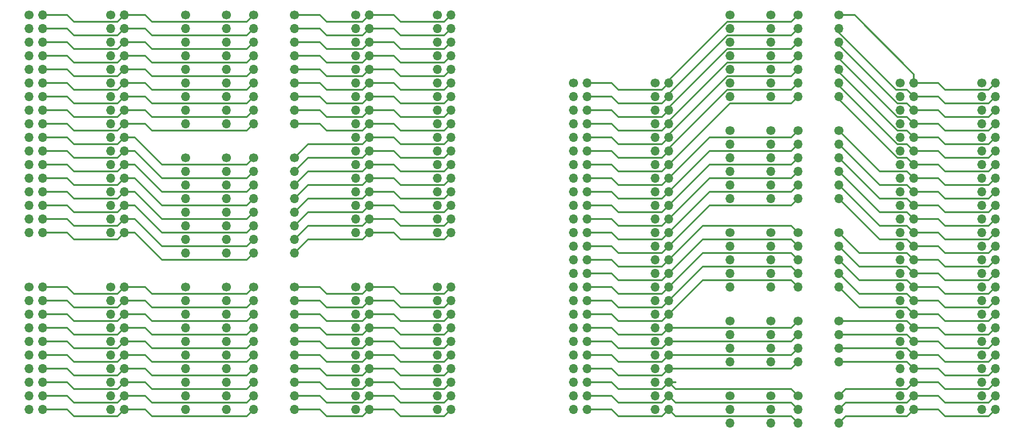
<source format=gbr>
%TF.GenerationSoftware,KiCad,Pcbnew,7.0.9*%
%TF.CreationDate,2024-04-03T05:19:41-05:00*%
%TF.ProjectId,MFM_ST506 Breakout Board,4d464d5f-5354-4353-9036-20427265616b,rev?*%
%TF.SameCoordinates,Original*%
%TF.FileFunction,Copper,L2,Bot*%
%TF.FilePolarity,Positive*%
%FSLAX46Y46*%
G04 Gerber Fmt 4.6, Leading zero omitted, Abs format (unit mm)*
G04 Created by KiCad (PCBNEW 7.0.9) date 2024-04-03 05:19:41*
%MOMM*%
%LPD*%
G01*
G04 APERTURE LIST*
%TA.AperFunction,ComponentPad*%
%ADD10C,1.700000*%
%TD*%
%TA.AperFunction,ComponentPad*%
%ADD11O,1.700000X1.700000*%
%TD*%
%TA.AperFunction,Conductor*%
%ADD12C,0.300000*%
%TD*%
G04 APERTURE END LIST*
D10*
%TO.P,J1,1*%
%TO.N,Net-(J1-Pad1)*%
X58420000Y-111760000D03*
D11*
%TO.P,J1,2*%
%TO.N,Net-(J1-Pad2)*%
X60960000Y-111760000D03*
%TO.P,J1,3*%
%TO.N,Net-(J1-Pad3)*%
X58420000Y-114300000D03*
%TO.P,J1,4*%
%TO.N,Net-(J1-Pad4)*%
X60960000Y-114300000D03*
%TO.P,J1,5*%
%TO.N,Net-(J1-Pad5)*%
X58420000Y-116840000D03*
%TO.P,J1,6*%
%TO.N,Net-(J1-Pad6)*%
X60960000Y-116840000D03*
%TO.P,J1,7*%
%TO.N,Net-(J1-Pad7)*%
X58420000Y-119380000D03*
%TO.P,J1,8*%
%TO.N,Net-(J1-Pad8)*%
X60960000Y-119380000D03*
%TO.P,J1,9*%
%TO.N,Net-(J1-Pad9)*%
X58420000Y-121920000D03*
%TO.P,J1,10*%
%TO.N,Net-(J1-Pad10)*%
X60960000Y-121920000D03*
%TO.P,J1,11*%
%TO.N,Net-(J1-Pad11)*%
X58420000Y-124460000D03*
%TO.P,J1,12*%
%TO.N,Net-(J1-Pad12)*%
X60960000Y-124460000D03*
%TO.P,J1,13*%
%TO.N,Net-(J1-Pad13)*%
X58420000Y-127000000D03*
%TO.P,J1,14*%
%TO.N,Net-(J1-Pad14)*%
X60960000Y-127000000D03*
%TO.P,J1,15*%
%TO.N,Net-(J1-Pad15)*%
X58420000Y-129540000D03*
%TO.P,J1,16*%
%TO.N,Net-(J1-Pad16)*%
X60960000Y-129540000D03*
%TO.P,J1,17*%
%TO.N,Net-(J1-Pad17)*%
X58420000Y-132080000D03*
%TO.P,J1,18*%
%TO.N,Net-(J1-Pad18)*%
X60960000Y-132080000D03*
%TO.P,J1,19*%
%TO.N,Net-(J1-Pad19)*%
X58420000Y-134620000D03*
%TO.P,J1,20*%
%TO.N,Net-(J1-Pad20)*%
X60960000Y-134620000D03*
%TD*%
D10*
%TO.P,J2,1*%
%TO.N,Net-(J1-Pad1)*%
X73660000Y-111760000D03*
D11*
%TO.P,J2,2*%
%TO.N,Net-(J1-Pad2)*%
X76200000Y-111760000D03*
%TO.P,J2,3*%
%TO.N,Net-(J1-Pad3)*%
X73660000Y-114300000D03*
%TO.P,J2,4*%
%TO.N,Net-(J1-Pad4)*%
X76200000Y-114300000D03*
%TO.P,J2,5*%
%TO.N,Net-(J1-Pad5)*%
X73660000Y-116840000D03*
%TO.P,J2,6*%
%TO.N,Net-(J1-Pad6)*%
X76200000Y-116840000D03*
%TO.P,J2,7*%
%TO.N,Net-(J1-Pad7)*%
X73660000Y-119380000D03*
%TO.P,J2,8*%
%TO.N,Net-(J1-Pad8)*%
X76200000Y-119380000D03*
%TO.P,J2,9*%
%TO.N,Net-(J1-Pad9)*%
X73660000Y-121920000D03*
%TO.P,J2,10*%
%TO.N,Net-(J1-Pad10)*%
X76200000Y-121920000D03*
%TO.P,J2,11*%
%TO.N,Net-(J1-Pad11)*%
X73660000Y-124460000D03*
%TO.P,J2,12*%
%TO.N,Net-(J1-Pad12)*%
X76200000Y-124460000D03*
%TO.P,J2,13*%
%TO.N,Net-(J1-Pad13)*%
X73660000Y-127000000D03*
%TO.P,J2,14*%
%TO.N,Net-(J1-Pad14)*%
X76200000Y-127000000D03*
%TO.P,J2,15*%
%TO.N,Net-(J1-Pad15)*%
X73660000Y-129540000D03*
%TO.P,J2,16*%
%TO.N,Net-(J1-Pad16)*%
X76200000Y-129540000D03*
%TO.P,J2,17*%
%TO.N,Net-(J1-Pad17)*%
X73660000Y-132080000D03*
%TO.P,J2,18*%
%TO.N,Net-(J1-Pad18)*%
X76200000Y-132080000D03*
%TO.P,J2,19*%
%TO.N,Net-(J1-Pad19)*%
X73660000Y-134620000D03*
%TO.P,J2,20*%
%TO.N,Net-(J1-Pad20)*%
X76200000Y-134620000D03*
%TD*%
D10*
%TO.P,J4,1*%
%TO.N,Net-(J16-Pad1)*%
X119380000Y-111760000D03*
D11*
%TO.P,J4,2*%
%TO.N,Net-(J18-Pad1)*%
X121920000Y-111760000D03*
%TO.P,J4,3*%
%TO.N,Net-(J16-Pad2)*%
X119380000Y-114300000D03*
%TO.P,J4,4*%
%TO.N,Net-(J18-Pad2)*%
X121920000Y-114300000D03*
%TO.P,J4,5*%
%TO.N,Net-(J16-Pad3)*%
X119380000Y-116840000D03*
%TO.P,J4,6*%
%TO.N,Net-(J18-Pad3)*%
X121920000Y-116840000D03*
%TO.P,J4,7*%
%TO.N,Net-(J16-Pad4)*%
X119380000Y-119380000D03*
%TO.P,J4,8*%
%TO.N,Net-(J18-Pad4)*%
X121920000Y-119380000D03*
%TO.P,J4,9*%
%TO.N,Net-(J16-Pad5)*%
X119380000Y-121920000D03*
%TO.P,J4,10*%
%TO.N,Net-(J18-Pad5)*%
X121920000Y-121920000D03*
%TO.P,J4,11*%
%TO.N,Net-(J16-Pad6)*%
X119380000Y-124460000D03*
%TO.P,J4,12*%
%TO.N,Net-(J18-Pad6)*%
X121920000Y-124460000D03*
%TO.P,J4,13*%
%TO.N,Net-(J16-Pad7)*%
X119380000Y-127000000D03*
%TO.P,J4,14*%
%TO.N,Net-(J18-Pad7)*%
X121920000Y-127000000D03*
%TO.P,J4,15*%
%TO.N,Net-(J16-Pad8)*%
X119380000Y-129540000D03*
%TO.P,J4,16*%
%TO.N,Net-(J18-Pad8)*%
X121920000Y-129540000D03*
%TO.P,J4,17*%
%TO.N,Net-(J16-Pad9)*%
X119380000Y-132080000D03*
%TO.P,J4,18*%
%TO.N,Net-(J18-Pad9)*%
X121920000Y-132080000D03*
%TO.P,J4,19*%
%TO.N,Net-(J16-Pad10)*%
X119380000Y-134620000D03*
%TO.P,J4,20*%
%TO.N,Net-(J18-Pad10)*%
X121920000Y-134620000D03*
%TD*%
D10*
%TO.P,J3,1*%
%TO.N,Net-(J16-Pad1)*%
X134620000Y-111760000D03*
D11*
%TO.P,J3,2*%
%TO.N,Net-(J18-Pad1)*%
X137160000Y-111760000D03*
%TO.P,J3,3*%
%TO.N,Net-(J16-Pad2)*%
X134620000Y-114300000D03*
%TO.P,J3,4*%
%TO.N,Net-(J18-Pad2)*%
X137160000Y-114300000D03*
%TO.P,J3,5*%
%TO.N,Net-(J16-Pad3)*%
X134620000Y-116840000D03*
%TO.P,J3,6*%
%TO.N,Net-(J18-Pad3)*%
X137160000Y-116840000D03*
%TO.P,J3,7*%
%TO.N,Net-(J16-Pad4)*%
X134620000Y-119380000D03*
%TO.P,J3,8*%
%TO.N,Net-(J18-Pad4)*%
X137160000Y-119380000D03*
%TO.P,J3,9*%
%TO.N,Net-(J16-Pad5)*%
X134620000Y-121920000D03*
%TO.P,J3,10*%
%TO.N,Net-(J18-Pad5)*%
X137160000Y-121920000D03*
%TO.P,J3,11*%
%TO.N,Net-(J16-Pad6)*%
X134620000Y-124460000D03*
%TO.P,J3,12*%
%TO.N,Net-(J18-Pad6)*%
X137160000Y-124460000D03*
%TO.P,J3,13*%
%TO.N,Net-(J16-Pad7)*%
X134620000Y-127000000D03*
%TO.P,J3,14*%
%TO.N,Net-(J18-Pad7)*%
X137160000Y-127000000D03*
%TO.P,J3,15*%
%TO.N,Net-(J16-Pad8)*%
X134620000Y-129540000D03*
%TO.P,J3,16*%
%TO.N,Net-(J18-Pad8)*%
X137160000Y-129540000D03*
%TO.P,J3,17*%
%TO.N,Net-(J16-Pad9)*%
X134620000Y-132080000D03*
%TO.P,J3,18*%
%TO.N,Net-(J18-Pad9)*%
X137160000Y-132080000D03*
%TO.P,J3,19*%
%TO.N,Net-(J16-Pad10)*%
X134620000Y-134620000D03*
%TO.P,J3,20*%
%TO.N,Net-(J18-Pad10)*%
X137160000Y-134620000D03*
%TD*%
D10*
%TO.P,J15,1*%
%TO.N,Net-(J1-Pad1)*%
X87630000Y-111760000D03*
D11*
%TO.P,J15,2*%
%TO.N,Net-(J1-Pad3)*%
X87630000Y-114300000D03*
%TO.P,J15,3*%
%TO.N,Net-(J1-Pad5)*%
X87630000Y-116840000D03*
%TO.P,J15,4*%
%TO.N,Net-(J1-Pad7)*%
X87630000Y-119380000D03*
%TO.P,J15,5*%
%TO.N,Net-(J1-Pad9)*%
X87630000Y-121920000D03*
%TO.P,J15,6*%
%TO.N,Net-(J1-Pad11)*%
X87630000Y-124460000D03*
%TO.P,J15,7*%
%TO.N,Net-(J1-Pad13)*%
X87630000Y-127000000D03*
%TO.P,J15,8*%
%TO.N,Net-(J1-Pad15)*%
X87630000Y-129540000D03*
%TO.P,J15,9*%
%TO.N,Net-(J1-Pad17)*%
X87630000Y-132080000D03*
%TO.P,J15,10*%
%TO.N,Net-(J1-Pad19)*%
X87630000Y-134620000D03*
%TD*%
D10*
%TO.P,J17,1*%
%TO.N,Net-(J1-Pad2)*%
X100330000Y-111760000D03*
D11*
%TO.P,J17,2*%
%TO.N,Net-(J1-Pad4)*%
X100330000Y-114300000D03*
%TO.P,J17,3*%
%TO.N,Net-(J1-Pad6)*%
X100330000Y-116840000D03*
%TO.P,J17,4*%
%TO.N,Net-(J1-Pad8)*%
X100330000Y-119380000D03*
%TO.P,J17,5*%
%TO.N,Net-(J1-Pad10)*%
X100330000Y-121920000D03*
%TO.P,J17,6*%
%TO.N,Net-(J1-Pad12)*%
X100330000Y-124460000D03*
%TO.P,J17,7*%
%TO.N,Net-(J1-Pad14)*%
X100330000Y-127000000D03*
%TO.P,J17,8*%
%TO.N,Net-(J1-Pad16)*%
X100330000Y-129540000D03*
%TO.P,J17,9*%
%TO.N,Net-(J1-Pad18)*%
X100330000Y-132080000D03*
%TO.P,J17,10*%
%TO.N,Net-(J1-Pad20)*%
X100330000Y-134620000D03*
%TD*%
D10*
%TO.P,J18,1*%
%TO.N,Net-(J18-Pad1)*%
X107950000Y-111760000D03*
D11*
%TO.P,J18,2*%
%TO.N,Net-(J18-Pad2)*%
X107950000Y-114300000D03*
%TO.P,J18,3*%
%TO.N,Net-(J18-Pad3)*%
X107950000Y-116840000D03*
%TO.P,J18,4*%
%TO.N,Net-(J18-Pad4)*%
X107950000Y-119380000D03*
%TO.P,J18,5*%
%TO.N,Net-(J18-Pad5)*%
X107950000Y-121920000D03*
%TO.P,J18,6*%
%TO.N,Net-(J18-Pad6)*%
X107950000Y-124460000D03*
%TO.P,J18,7*%
%TO.N,Net-(J18-Pad7)*%
X107950000Y-127000000D03*
%TO.P,J18,8*%
%TO.N,Net-(J18-Pad8)*%
X107950000Y-129540000D03*
%TO.P,J18,9*%
%TO.N,Net-(J18-Pad9)*%
X107950000Y-132080000D03*
%TO.P,J18,10*%
%TO.N,Net-(J18-Pad10)*%
X107950000Y-134620000D03*
%TD*%
D10*
%TO.P,J11,1*%
%TO.N,J71*%
X87630000Y-60960000D03*
D11*
%TO.P,J11,2*%
%TO.N,J72*%
X87630000Y-63500000D03*
%TO.P,J11,3*%
%TO.N,J73*%
X87630000Y-66040000D03*
%TO.P,J11,4*%
%TO.N,J74*%
X87630000Y-68580000D03*
%TO.P,J11,5*%
%TO.N,J75*%
X87630000Y-71120000D03*
%TO.P,J11,6*%
%TO.N,J76*%
X87630000Y-73660000D03*
%TO.P,J11,7*%
%TO.N,J77*%
X87630000Y-76200000D03*
%TO.P,J11,8*%
%TO.N,J78*%
X87630000Y-78740000D03*
%TO.P,J11,9*%
%TO.N,J79*%
X87630000Y-81280000D03*
%TD*%
D10*
%TO.P,J12,1*%
%TO.N,J91*%
X95250000Y-60960000D03*
D11*
%TO.P,J12,2*%
%TO.N,J92*%
X95250000Y-63500000D03*
%TO.P,J12,3*%
%TO.N,J93*%
X95250000Y-66040000D03*
%TO.P,J12,4*%
%TO.N,J94*%
X95250000Y-68580000D03*
%TO.P,J12,5*%
%TO.N,J95*%
X95250000Y-71120000D03*
%TO.P,J12,6*%
%TO.N,J96*%
X95250000Y-73660000D03*
%TO.P,J12,7*%
%TO.N,J97*%
X95250000Y-76200000D03*
%TO.P,J12,8*%
%TO.N,J98*%
X95250000Y-78740000D03*
%TO.P,J12,9*%
%TO.N,J99*%
X95250000Y-81280000D03*
%TD*%
D10*
%TO.P,J13,1*%
%TO.N,Net-(J13-Pad1)*%
X100330000Y-60960000D03*
D11*
%TO.P,J13,2*%
%TO.N,Net-(J13-Pad2)*%
X100330000Y-63500000D03*
%TO.P,J13,3*%
%TO.N,Net-(J13-Pad3)*%
X100330000Y-66040000D03*
%TO.P,J13,4*%
%TO.N,Net-(J13-Pad4)*%
X100330000Y-68580000D03*
%TO.P,J13,5*%
%TO.N,Net-(J13-Pad5)*%
X100330000Y-71120000D03*
%TO.P,J13,6*%
%TO.N,Net-(J13-Pad6)*%
X100330000Y-73660000D03*
%TO.P,J13,7*%
%TO.N,Net-(J13-Pad7)*%
X100330000Y-76200000D03*
%TO.P,J13,8*%
%TO.N,Net-(J13-Pad8)*%
X100330000Y-78740000D03*
%TO.P,J13,9*%
%TO.N,Net-(J13-Pad9)*%
X100330000Y-81280000D03*
%TD*%
D10*
%TO.P,J14,1*%
%TO.N,Net-(J10-Pad2)*%
X107950000Y-60960000D03*
D11*
%TO.P,J14,2*%
%TO.N,Net-(J10-Pad4)*%
X107950000Y-63500000D03*
%TO.P,J14,3*%
%TO.N,Net-(J10-Pad6)*%
X107950000Y-66040000D03*
%TO.P,J14,4*%
%TO.N,Net-(J10-Pad8)*%
X107950000Y-68580000D03*
%TO.P,J14,5*%
%TO.N,Net-(J10-Pad10)*%
X107950000Y-71120000D03*
%TO.P,J14,6*%
%TO.N,Net-(J10-Pad12)*%
X107950000Y-73660000D03*
%TO.P,J14,7*%
%TO.N,Net-(J10-Pad14)*%
X107950000Y-76200000D03*
%TO.P,J14,8*%
%TO.N,Net-(J10-Pad16)*%
X107950000Y-78740000D03*
%TO.P,J14,9*%
%TO.N,Net-(J10-Pad18)*%
X107950000Y-81280000D03*
%TD*%
D10*
%TO.P,J27,1*%
%TO.N,Net-(J27-Pad1)*%
X100330000Y-87630000D03*
D11*
%TO.P,J27,2*%
%TO.N,Net-(J27-Pad2)*%
X100330000Y-90170000D03*
%TO.P,J27,3*%
%TO.N,Net-(J27-Pad3)*%
X100330000Y-92710000D03*
%TO.P,J27,4*%
%TO.N,Net-(J27-Pad4)*%
X100330000Y-95250000D03*
%TO.P,J27,5*%
%TO.N,Net-(J27-Pad5)*%
X100330000Y-97790000D03*
%TO.P,J27,6*%
%TO.N,Net-(J27-Pad6)*%
X100330000Y-100330000D03*
%TO.P,J27,7*%
%TO.N,Net-(J27-Pad7)*%
X100330000Y-102870000D03*
%TO.P,J27,8*%
%TO.N,Net-(J27-Pad8)*%
X100330000Y-105410000D03*
%TD*%
D10*
%TO.P,J28,1*%
%TO.N,Net-(J10-Pad20)*%
X107950000Y-87630000D03*
D11*
%TO.P,J28,2*%
%TO.N,Net-(J10-Pad22)*%
X107950000Y-90170000D03*
%TO.P,J28,3*%
%TO.N,Net-(J10-Pad24)*%
X107950000Y-92710000D03*
%TO.P,J28,4*%
%TO.N,Net-(J10-Pad26)*%
X107950000Y-95250000D03*
%TO.P,J28,5*%
%TO.N,Net-(J10-Pad28)*%
X107950000Y-97790000D03*
%TO.P,J28,6*%
%TO.N,Net-(J10-Pad30)*%
X107950000Y-100330000D03*
%TO.P,J28,7*%
%TO.N,Net-(J10-Pad32)*%
X107950000Y-102870000D03*
%TO.P,J28,8*%
%TO.N,Net-(J10-Pad34)*%
X107950000Y-105410000D03*
%TD*%
D10*
%TO.P,J26,1*%
%TO.N,J991*%
X95250000Y-87630000D03*
D11*
%TO.P,J26,2*%
%TO.N,J992*%
X95250000Y-90170000D03*
%TO.P,J26,3*%
%TO.N,J993*%
X95250000Y-92710000D03*
%TO.P,J26,4*%
%TO.N,J994*%
X95250000Y-95250000D03*
%TO.P,J26,5*%
%TO.N,J995*%
X95250000Y-97790000D03*
%TO.P,J26,6*%
%TO.N,J996*%
X95250000Y-100330000D03*
%TO.P,J26,7*%
%TO.N,J997*%
X95250000Y-102870000D03*
%TO.P,J26,8*%
%TO.N,J998*%
X95250000Y-105410000D03*
%TD*%
D10*
%TO.P,J25,1*%
%TO.N,J710*%
X87630000Y-87630000D03*
D11*
%TO.P,J25,2*%
%TO.N,J711*%
X87630000Y-90170000D03*
%TO.P,J25,3*%
%TO.N,J712*%
X87630000Y-92710000D03*
%TO.P,J25,4*%
%TO.N,J713*%
X87630000Y-95250000D03*
%TO.P,J25,5*%
%TO.N,J714*%
X87630000Y-97790000D03*
%TO.P,J25,6*%
%TO.N,J715*%
X87630000Y-100330000D03*
%TO.P,J25,7*%
%TO.N,J716*%
X87630000Y-102870000D03*
%TO.P,J25,8*%
%TO.N,J717*%
X87630000Y-105410000D03*
%TD*%
D10*
%TO.P,J16,1*%
%TO.N,Net-(J16-Pad1)*%
X95250000Y-111760000D03*
D11*
%TO.P,J16,2*%
%TO.N,Net-(J16-Pad2)*%
X95250000Y-114300000D03*
%TO.P,J16,3*%
%TO.N,Net-(J16-Pad3)*%
X95250000Y-116840000D03*
%TO.P,J16,4*%
%TO.N,Net-(J16-Pad4)*%
X95250000Y-119380000D03*
%TO.P,J16,5*%
%TO.N,Net-(J16-Pad5)*%
X95250000Y-121920000D03*
%TO.P,J16,6*%
%TO.N,Net-(J16-Pad6)*%
X95250000Y-124460000D03*
%TO.P,J16,7*%
%TO.N,Net-(J16-Pad7)*%
X95250000Y-127000000D03*
%TO.P,J16,8*%
%TO.N,Net-(J16-Pad8)*%
X95250000Y-129540000D03*
%TO.P,J16,9*%
%TO.N,Net-(J16-Pad9)*%
X95250000Y-132080000D03*
%TO.P,J16,10*%
%TO.N,Net-(J16-Pad10)*%
X95250000Y-134620000D03*
%TD*%
D10*
%TO.P,J41,1*%
%TO.N,Net-(J41-Pad1)*%
X201930000Y-60960000D03*
D11*
%TO.P,J41,2*%
%TO.N,Net-(J41-Pad2)*%
X201930000Y-63500000D03*
%TO.P,J41,3*%
%TO.N,Net-(J41-Pad3)*%
X201930000Y-66040000D03*
%TO.P,J41,4*%
%TO.N,Net-(J41-Pad4)*%
X201930000Y-68580000D03*
%TO.P,J41,5*%
%TO.N,Net-(J41-Pad5)*%
X201930000Y-71120000D03*
%TO.P,J41,6*%
%TO.N,Net-(J41-Pad6)*%
X201930000Y-73660000D03*
%TO.P,J41,7*%
%TO.N,Net-(J41-Pad7)*%
X201930000Y-76200000D03*
%TD*%
D10*
%TO.P,J42,1*%
%TO.N,Net-(J42-Pad1)*%
X201930000Y-82550000D03*
D11*
%TO.P,J42,2*%
%TO.N,Net-(J42-Pad2)*%
X201930000Y-85090000D03*
%TO.P,J42,3*%
%TO.N,Net-(J42-Pad3)*%
X201930000Y-87630000D03*
%TO.P,J42,4*%
%TO.N,Net-(J42-Pad4)*%
X201930000Y-90170000D03*
%TO.P,J42,5*%
%TO.N,Net-(J42-Pad5)*%
X201930000Y-92710000D03*
%TO.P,J42,6*%
%TO.N,Net-(J42-Pad6)*%
X201930000Y-95250000D03*
%TD*%
D10*
%TO.P,J43,1*%
%TO.N,Net-(J43-Pad1)*%
X201930000Y-101600000D03*
D11*
%TO.P,J43,2*%
%TO.N,Net-(J43-Pad2)*%
X201930000Y-104140000D03*
%TO.P,J43,3*%
%TO.N,Net-(J43-Pad3)*%
X201930000Y-106680000D03*
%TO.P,J43,4*%
%TO.N,Net-(J43-Pad4)*%
X201930000Y-109220000D03*
%TO.P,J43,5*%
%TO.N,Net-(J43-Pad5)*%
X201930000Y-111760000D03*
%TD*%
D10*
%TO.P,J44,1*%
%TO.N,Net-(J44-Pad1)*%
X201930000Y-118110000D03*
D11*
%TO.P,J44,2*%
%TO.N,Net-(J44-Pad2)*%
X201930000Y-120650000D03*
%TO.P,J44,3*%
%TO.N,Net-(J44-Pad3)*%
X201930000Y-123190000D03*
%TO.P,J44,4*%
%TO.N,Net-(J44-Pad4)*%
X201930000Y-125730000D03*
%TD*%
D10*
%TO.P,J45,1*%
%TO.N,Net-(J45-Pad1)*%
X201930000Y-132080000D03*
D11*
%TO.P,J45,2*%
%TO.N,Net-(J45-Pad2)*%
X201930000Y-134620000D03*
%TO.P,J45,3*%
%TO.N,Net-(J45-Pad3)*%
X201930000Y-137160000D03*
%TD*%
D10*
%TO.P,J7,1*%
%TO.N,J71*%
X58420000Y-60960000D03*
D11*
%TO.P,J7,2*%
%TO.N,Net-(J13-Pad1)*%
X60960000Y-60960000D03*
%TO.P,J7,3*%
%TO.N,J72*%
X58420000Y-63500000D03*
%TO.P,J7,4*%
%TO.N,Net-(J13-Pad2)*%
X60960000Y-63500000D03*
%TO.P,J7,5*%
%TO.N,J73*%
X58420000Y-66040000D03*
%TO.P,J7,6*%
%TO.N,Net-(J13-Pad3)*%
X60960000Y-66040000D03*
%TO.P,J7,7*%
%TO.N,J74*%
X58420000Y-68580000D03*
%TO.P,J7,8*%
%TO.N,Net-(J13-Pad4)*%
X60960000Y-68580000D03*
%TO.P,J7,9*%
%TO.N,J75*%
X58420000Y-71120000D03*
%TO.P,J7,10*%
%TO.N,Net-(J13-Pad5)*%
X60960000Y-71120000D03*
%TO.P,J7,11*%
%TO.N,J76*%
X58420000Y-73660000D03*
%TO.P,J7,12*%
%TO.N,Net-(J13-Pad6)*%
X60960000Y-73660000D03*
%TO.P,J7,13*%
%TO.N,J77*%
X58420000Y-76200000D03*
%TO.P,J7,14*%
%TO.N,Net-(J13-Pad7)*%
X60960000Y-76200000D03*
%TO.P,J7,15*%
%TO.N,J78*%
X58420000Y-78740000D03*
%TO.P,J7,16*%
%TO.N,Net-(J13-Pad8)*%
X60960000Y-78740000D03*
%TO.P,J7,17*%
%TO.N,J79*%
X58420000Y-81280000D03*
%TO.P,J7,18*%
%TO.N,Net-(J13-Pad9)*%
X60960000Y-81280000D03*
%TO.P,J7,19*%
%TO.N,J710*%
X58420000Y-83820000D03*
%TO.P,J7,20*%
%TO.N,Net-(J27-Pad1)*%
X60960000Y-83820000D03*
%TO.P,J7,21*%
%TO.N,J711*%
X58420000Y-86360000D03*
%TO.P,J7,22*%
%TO.N,Net-(J27-Pad2)*%
X60960000Y-86360000D03*
%TO.P,J7,23*%
%TO.N,J712*%
X58420000Y-88900000D03*
%TO.P,J7,24*%
%TO.N,Net-(J27-Pad3)*%
X60960000Y-88900000D03*
%TO.P,J7,25*%
%TO.N,J713*%
X58420000Y-91440000D03*
%TO.P,J7,26*%
%TO.N,Net-(J27-Pad4)*%
X60960000Y-91440000D03*
%TO.P,J7,27*%
%TO.N,J714*%
X58420000Y-93980000D03*
%TO.P,J7,28*%
%TO.N,Net-(J27-Pad5)*%
X60960000Y-93980000D03*
%TO.P,J7,29*%
%TO.N,J715*%
X58420000Y-96520000D03*
%TO.P,J7,30*%
%TO.N,Net-(J27-Pad6)*%
X60960000Y-96520000D03*
%TO.P,J7,31*%
%TO.N,J716*%
X58420000Y-99060000D03*
%TO.P,J7,32*%
%TO.N,Net-(J27-Pad7)*%
X60960000Y-99060000D03*
%TO.P,J7,33*%
%TO.N,J717*%
X58420000Y-101600000D03*
%TO.P,J7,34*%
%TO.N,Net-(J27-Pad8)*%
X60960000Y-101600000D03*
%TD*%
D10*
%TO.P,J19,1*%
%TO.N,Net-(J19-Pad1)*%
X189230000Y-60960000D03*
D11*
%TO.P,J19,2*%
%TO.N,Net-(J19-Pad2)*%
X189230000Y-63500000D03*
%TO.P,J19,3*%
%TO.N,Net-(J19-Pad3)*%
X189230000Y-66040000D03*
%TO.P,J19,4*%
%TO.N,Net-(J19-Pad4)*%
X189230000Y-68580000D03*
%TO.P,J19,5*%
%TO.N,Net-(J19-Pad5)*%
X189230000Y-71120000D03*
%TO.P,J19,6*%
%TO.N,Net-(J19-Pad6)*%
X189230000Y-73660000D03*
%TO.P,J19,7*%
%TO.N,Net-(J19-Pad7)*%
X189230000Y-76200000D03*
%TD*%
D10*
%TO.P,J21,1*%
%TO.N,Net-(J21-Pad1)*%
X189230000Y-82550000D03*
D11*
%TO.P,J21,2*%
%TO.N,Net-(J21-Pad2)*%
X189230000Y-85090000D03*
%TO.P,J21,3*%
%TO.N,Net-(J21-Pad3)*%
X189230000Y-87630000D03*
%TO.P,J21,4*%
%TO.N,Net-(J21-Pad4)*%
X189230000Y-90170000D03*
%TO.P,J21,5*%
%TO.N,Net-(J21-Pad5)*%
X189230000Y-92710000D03*
%TO.P,J21,6*%
%TO.N,Net-(J21-Pad6)*%
X189230000Y-95250000D03*
%TD*%
D10*
%TO.P,J46,1*%
%TO.N,Net-(J46-Pad1)*%
X189230000Y-101600000D03*
D11*
%TO.P,J46,2*%
%TO.N,Net-(J46-Pad2)*%
X189230000Y-104140000D03*
%TO.P,J46,3*%
%TO.N,Net-(J46-Pad3)*%
X189230000Y-106680000D03*
%TO.P,J46,4*%
%TO.N,Net-(J46-Pad4)*%
X189230000Y-109220000D03*
%TO.P,J46,5*%
%TO.N,Net-(J46-Pad5)*%
X189230000Y-111760000D03*
%TD*%
D10*
%TO.P,J47,1*%
%TO.N,Net-(J47-Pad1)*%
X189230000Y-118110000D03*
D11*
%TO.P,J47,2*%
%TO.N,Net-(J47-Pad2)*%
X189230000Y-120650000D03*
%TO.P,J47,3*%
%TO.N,Net-(J47-Pad3)*%
X189230000Y-123190000D03*
%TO.P,J47,4*%
%TO.N,Net-(J47-Pad4)*%
X189230000Y-125730000D03*
%TD*%
D10*
%TO.P,J48,1*%
%TO.N,Net-(J48-Pad1)*%
X189230000Y-132080000D03*
D11*
%TO.P,J48,2*%
%TO.N,Net-(J48-Pad2)*%
X189230000Y-134620000D03*
%TO.P,J48,3*%
%TO.N,Net-(J48-Pad3)*%
X189230000Y-137160000D03*
%TD*%
D10*
%TO.P,J20,1*%
%TO.N,Net-(J20-Pad1)*%
X196850000Y-60960000D03*
D11*
%TO.P,J20,2*%
%TO.N,Net-(J20-Pad2)*%
X196850000Y-63500000D03*
%TO.P,J20,3*%
%TO.N,Net-(J20-Pad3)*%
X196850000Y-66040000D03*
%TO.P,J20,4*%
%TO.N,Net-(J20-Pad4)*%
X196850000Y-68580000D03*
%TO.P,J20,5*%
%TO.N,Net-(J20-Pad5)*%
X196850000Y-71120000D03*
%TO.P,J20,6*%
%TO.N,Net-(J20-Pad6)*%
X196850000Y-73660000D03*
%TO.P,J20,7*%
%TO.N,Net-(J20-Pad7)*%
X196850000Y-76200000D03*
%TD*%
D10*
%TO.P,J49,1*%
%TO.N,Net-(J23-Pad15)*%
X196850000Y-82550000D03*
D11*
%TO.P,J49,2*%
%TO.N,Net-(J23-Pad17)*%
X196850000Y-85090000D03*
%TO.P,J49,3*%
%TO.N,Net-(J23-Pad19)*%
X196850000Y-87630000D03*
%TO.P,J49,4*%
%TO.N,Net-(J23-Pad21)*%
X196850000Y-90170000D03*
%TO.P,J49,5*%
%TO.N,Net-(J23-Pad23)*%
X196850000Y-92710000D03*
%TO.P,J49,6*%
%TO.N,Net-(J23-Pad25)*%
X196850000Y-95250000D03*
%TD*%
D10*
%TO.P,J50,1*%
%TO.N,Net-(J23-Pad27)*%
X196850000Y-101600000D03*
D11*
%TO.P,J50,2*%
%TO.N,Net-(J23-Pad29)*%
X196850000Y-104140000D03*
%TO.P,J50,3*%
%TO.N,Net-(J23-Pad31)*%
X196850000Y-106680000D03*
%TO.P,J50,4*%
%TO.N,Net-(J23-Pad33)*%
X196850000Y-109220000D03*
%TO.P,J50,5*%
%TO.N,Net-(J23-Pad35)*%
X196850000Y-111760000D03*
%TD*%
D10*
%TO.P,J51,1*%
%TO.N,Net-(J23-Pad37)*%
X196850000Y-118110000D03*
D11*
%TO.P,J51,2*%
%TO.N,Net-(J23-Pad39)*%
X196850000Y-120650000D03*
%TO.P,J51,3*%
%TO.N,Net-(J23-Pad41)*%
X196850000Y-123190000D03*
%TO.P,J51,4*%
%TO.N,Net-(J23-Pad43)*%
X196850000Y-125730000D03*
%TD*%
D10*
%TO.P,J52,1*%
%TO.N,Net-(J23-Pad45)*%
X196850000Y-132080000D03*
D11*
%TO.P,J52,2*%
%TO.N,Net-(J23-Pad47)*%
X196850000Y-134620000D03*
%TO.P,J52,3*%
%TO.N,Net-(J23-Pad49)*%
X196850000Y-137160000D03*
%TD*%
D10*
%TO.P,J22,1*%
%TO.N,Net-(J22-Pad1)*%
X209550000Y-60960000D03*
D11*
%TO.P,J22,2*%
%TO.N,Net-(J22-Pad2)*%
X209550000Y-63500000D03*
%TO.P,J22,3*%
%TO.N,Net-(J22-Pad3)*%
X209550000Y-66040000D03*
%TO.P,J22,4*%
%TO.N,Net-(J22-Pad4)*%
X209550000Y-68580000D03*
%TO.P,J22,5*%
%TO.N,Net-(J22-Pad5)*%
X209550000Y-71120000D03*
%TO.P,J22,6*%
%TO.N,Net-(J22-Pad6)*%
X209550000Y-73660000D03*
%TO.P,J22,7*%
%TO.N,Net-(J22-Pad7)*%
X209550000Y-76200000D03*
%TD*%
D10*
%TO.P,J53,1*%
%TO.N,Net-(J23-Pad16)*%
X209550000Y-82550000D03*
D11*
%TO.P,J53,2*%
%TO.N,Net-(J23-Pad18)*%
X209550000Y-85090000D03*
%TO.P,J53,3*%
%TO.N,Net-(J23-Pad20)*%
X209550000Y-87630000D03*
%TO.P,J53,4*%
%TO.N,Net-(J23-Pad22)*%
X209550000Y-90170000D03*
%TO.P,J53,5*%
%TO.N,Net-(J23-Pad24)*%
X209550000Y-92710000D03*
%TO.P,J53,6*%
%TO.N,Net-(J23-Pad26)*%
X209550000Y-95250000D03*
%TD*%
D10*
%TO.P,J54,1*%
%TO.N,Net-(J23-Pad28)*%
X209550000Y-101600000D03*
D11*
%TO.P,J54,2*%
%TO.N,Net-(J23-Pad30)*%
X209550000Y-104140000D03*
%TO.P,J54,3*%
%TO.N,Net-(J23-Pad32)*%
X209550000Y-106680000D03*
%TO.P,J54,4*%
%TO.N,Net-(J23-Pad34)*%
X209550000Y-109220000D03*
%TO.P,J54,5*%
%TO.N,Net-(J23-Pad36)*%
X209550000Y-111760000D03*
%TD*%
D10*
%TO.P,J55,1*%
%TO.N,Net-(J23-Pad38)*%
X209550000Y-118110000D03*
D11*
%TO.P,J55,2*%
%TO.N,Net-(J23-Pad40)*%
X209550000Y-120650000D03*
%TO.P,J55,3*%
%TO.N,Net-(J23-Pad42)*%
X209550000Y-123190000D03*
%TO.P,J55,4*%
%TO.N,Net-(J23-Pad44)*%
X209550000Y-125730000D03*
%TD*%
D10*
%TO.P,J56,1*%
%TO.N,Net-(J23-Pad46)*%
X209550000Y-132080000D03*
D11*
%TO.P,J56,2*%
%TO.N,Net-(J23-Pad48)*%
X209550000Y-134620000D03*
%TO.P,J56,3*%
%TO.N,Net-(J23-Pad50)*%
X209550000Y-137160000D03*
%TD*%
D10*
%TO.P,J8,1*%
%TO.N,J71*%
X73660000Y-60960000D03*
D11*
%TO.P,J8,2*%
%TO.N,Net-(J13-Pad1)*%
X76200000Y-60960000D03*
%TO.P,J8,3*%
%TO.N,J72*%
X73660000Y-63500000D03*
%TO.P,J8,4*%
%TO.N,Net-(J13-Pad2)*%
X76200000Y-63500000D03*
%TO.P,J8,5*%
%TO.N,J73*%
X73660000Y-66040000D03*
%TO.P,J8,6*%
%TO.N,Net-(J13-Pad3)*%
X76200000Y-66040000D03*
%TO.P,J8,7*%
%TO.N,J74*%
X73660000Y-68580000D03*
%TO.P,J8,8*%
%TO.N,Net-(J13-Pad4)*%
X76200000Y-68580000D03*
%TO.P,J8,9*%
%TO.N,J75*%
X73660000Y-71120000D03*
%TO.P,J8,10*%
%TO.N,Net-(J13-Pad5)*%
X76200000Y-71120000D03*
%TO.P,J8,11*%
%TO.N,J76*%
X73660000Y-73660000D03*
%TO.P,J8,12*%
%TO.N,Net-(J13-Pad6)*%
X76200000Y-73660000D03*
%TO.P,J8,13*%
%TO.N,J77*%
X73660000Y-76200000D03*
%TO.P,J8,14*%
%TO.N,Net-(J13-Pad7)*%
X76200000Y-76200000D03*
%TO.P,J8,15*%
%TO.N,J78*%
X73660000Y-78740000D03*
%TO.P,J8,16*%
%TO.N,Net-(J13-Pad8)*%
X76200000Y-78740000D03*
%TO.P,J8,17*%
%TO.N,J79*%
X73660000Y-81280000D03*
%TO.P,J8,18*%
%TO.N,Net-(J13-Pad9)*%
X76200000Y-81280000D03*
%TO.P,J8,19*%
%TO.N,J710*%
X73660000Y-83820000D03*
%TO.P,J8,20*%
%TO.N,Net-(J27-Pad1)*%
X76200000Y-83820000D03*
%TO.P,J8,21*%
%TO.N,J711*%
X73660000Y-86360000D03*
%TO.P,J8,22*%
%TO.N,Net-(J27-Pad2)*%
X76200000Y-86360000D03*
%TO.P,J8,23*%
%TO.N,J712*%
X73660000Y-88900000D03*
%TO.P,J8,24*%
%TO.N,Net-(J27-Pad3)*%
X76200000Y-88900000D03*
%TO.P,J8,25*%
%TO.N,J713*%
X73660000Y-91440000D03*
%TO.P,J8,26*%
%TO.N,Net-(J27-Pad4)*%
X76200000Y-91440000D03*
%TO.P,J8,27*%
%TO.N,J714*%
X73660000Y-93980000D03*
%TO.P,J8,28*%
%TO.N,Net-(J27-Pad5)*%
X76200000Y-93980000D03*
%TO.P,J8,29*%
%TO.N,J715*%
X73660000Y-96520000D03*
%TO.P,J8,30*%
%TO.N,Net-(J27-Pad6)*%
X76200000Y-96520000D03*
%TO.P,J8,31*%
%TO.N,J716*%
X73660000Y-99060000D03*
%TO.P,J8,32*%
%TO.N,Net-(J27-Pad7)*%
X76200000Y-99060000D03*
%TO.P,J8,33*%
%TO.N,J717*%
X73660000Y-101600000D03*
%TO.P,J8,34*%
%TO.N,Net-(J27-Pad8)*%
X76200000Y-101600000D03*
%TD*%
D10*
%TO.P,J9,1*%
%TO.N,J91*%
X119380000Y-60960000D03*
D11*
%TO.P,J9,2*%
%TO.N,Net-(J10-Pad2)*%
X121920000Y-60960000D03*
%TO.P,J9,3*%
%TO.N,J92*%
X119380000Y-63500000D03*
%TO.P,J9,4*%
%TO.N,Net-(J10-Pad4)*%
X121920000Y-63500000D03*
%TO.P,J9,5*%
%TO.N,J93*%
X119380000Y-66040000D03*
%TO.P,J9,6*%
%TO.N,Net-(J10-Pad6)*%
X121920000Y-66040000D03*
%TO.P,J9,7*%
%TO.N,J94*%
X119380000Y-68580000D03*
%TO.P,J9,8*%
%TO.N,Net-(J10-Pad8)*%
X121920000Y-68580000D03*
%TO.P,J9,9*%
%TO.N,J95*%
X119380000Y-71120000D03*
%TO.P,J9,10*%
%TO.N,Net-(J10-Pad10)*%
X121920000Y-71120000D03*
%TO.P,J9,11*%
%TO.N,J96*%
X119380000Y-73660000D03*
%TO.P,J9,12*%
%TO.N,Net-(J10-Pad12)*%
X121920000Y-73660000D03*
%TO.P,J9,13*%
%TO.N,J97*%
X119380000Y-76200000D03*
%TO.P,J9,14*%
%TO.N,Net-(J10-Pad14)*%
X121920000Y-76200000D03*
%TO.P,J9,15*%
%TO.N,J98*%
X119380000Y-78740000D03*
%TO.P,J9,16*%
%TO.N,Net-(J10-Pad16)*%
X121920000Y-78740000D03*
%TO.P,J9,17*%
%TO.N,J99*%
X119380000Y-81280000D03*
%TO.P,J9,18*%
%TO.N,Net-(J10-Pad18)*%
X121920000Y-81280000D03*
%TO.P,J9,19*%
%TO.N,J991*%
X119380000Y-83820000D03*
%TO.P,J9,20*%
%TO.N,Net-(J10-Pad20)*%
X121920000Y-83820000D03*
%TO.P,J9,21*%
%TO.N,J992*%
X119380000Y-86360000D03*
%TO.P,J9,22*%
%TO.N,Net-(J10-Pad22)*%
X121920000Y-86360000D03*
%TO.P,J9,23*%
%TO.N,J993*%
X119380000Y-88900000D03*
%TO.P,J9,24*%
%TO.N,Net-(J10-Pad24)*%
X121920000Y-88900000D03*
%TO.P,J9,25*%
%TO.N,J994*%
X119380000Y-91440000D03*
%TO.P,J9,26*%
%TO.N,Net-(J10-Pad26)*%
X121920000Y-91440000D03*
%TO.P,J9,27*%
%TO.N,J995*%
X119380000Y-93980000D03*
%TO.P,J9,28*%
%TO.N,Net-(J10-Pad28)*%
X121920000Y-93980000D03*
%TO.P,J9,29*%
%TO.N,J996*%
X119380000Y-96520000D03*
%TO.P,J9,30*%
%TO.N,Net-(J10-Pad30)*%
X121920000Y-96520000D03*
%TO.P,J9,31*%
%TO.N,J997*%
X119380000Y-99060000D03*
%TO.P,J9,32*%
%TO.N,Net-(J10-Pad32)*%
X121920000Y-99060000D03*
%TO.P,J9,33*%
%TO.N,J998*%
X119380000Y-101600000D03*
%TO.P,J9,34*%
%TO.N,Net-(J10-Pad34)*%
X121920000Y-101600000D03*
%TD*%
D10*
%TO.P,J10,1*%
%TO.N,J91*%
X134620000Y-60960000D03*
D11*
%TO.P,J10,2*%
%TO.N,Net-(J10-Pad2)*%
X137160000Y-60960000D03*
%TO.P,J10,3*%
%TO.N,J92*%
X134620000Y-63500000D03*
%TO.P,J10,4*%
%TO.N,Net-(J10-Pad4)*%
X137160000Y-63500000D03*
%TO.P,J10,5*%
%TO.N,J93*%
X134620000Y-66040000D03*
%TO.P,J10,6*%
%TO.N,Net-(J10-Pad6)*%
X137160000Y-66040000D03*
%TO.P,J10,7*%
%TO.N,J94*%
X134620000Y-68580000D03*
%TO.P,J10,8*%
%TO.N,Net-(J10-Pad8)*%
X137160000Y-68580000D03*
%TO.P,J10,9*%
%TO.N,J95*%
X134620000Y-71120000D03*
%TO.P,J10,10*%
%TO.N,Net-(J10-Pad10)*%
X137160000Y-71120000D03*
%TO.P,J10,11*%
%TO.N,J96*%
X134620000Y-73660000D03*
%TO.P,J10,12*%
%TO.N,Net-(J10-Pad12)*%
X137160000Y-73660000D03*
%TO.P,J10,13*%
%TO.N,J97*%
X134620000Y-76200000D03*
%TO.P,J10,14*%
%TO.N,Net-(J10-Pad14)*%
X137160000Y-76200000D03*
%TO.P,J10,15*%
%TO.N,J98*%
X134620000Y-78740000D03*
%TO.P,J10,16*%
%TO.N,Net-(J10-Pad16)*%
X137160000Y-78740000D03*
%TO.P,J10,17*%
%TO.N,J99*%
X134620000Y-81280000D03*
%TO.P,J10,18*%
%TO.N,Net-(J10-Pad18)*%
X137160000Y-81280000D03*
%TO.P,J10,19*%
%TO.N,J991*%
X134620000Y-83820000D03*
%TO.P,J10,20*%
%TO.N,Net-(J10-Pad20)*%
X137160000Y-83820000D03*
%TO.P,J10,21*%
%TO.N,J992*%
X134620000Y-86360000D03*
%TO.P,J10,22*%
%TO.N,Net-(J10-Pad22)*%
X137160000Y-86360000D03*
%TO.P,J10,23*%
%TO.N,J993*%
X134620000Y-88900000D03*
%TO.P,J10,24*%
%TO.N,Net-(J10-Pad24)*%
X137160000Y-88900000D03*
%TO.P,J10,25*%
%TO.N,J994*%
X134620000Y-91440000D03*
%TO.P,J10,26*%
%TO.N,Net-(J10-Pad26)*%
X137160000Y-91440000D03*
%TO.P,J10,27*%
%TO.N,J995*%
X134620000Y-93980000D03*
%TO.P,J10,28*%
%TO.N,Net-(J10-Pad28)*%
X137160000Y-93980000D03*
%TO.P,J10,29*%
%TO.N,J996*%
X134620000Y-96520000D03*
%TO.P,J10,30*%
%TO.N,Net-(J10-Pad30)*%
X137160000Y-96520000D03*
%TO.P,J10,31*%
%TO.N,J997*%
X134620000Y-99060000D03*
%TO.P,J10,32*%
%TO.N,Net-(J10-Pad32)*%
X137160000Y-99060000D03*
%TO.P,J10,33*%
%TO.N,J998*%
X134620000Y-101600000D03*
%TO.P,J10,34*%
%TO.N,Net-(J10-Pad34)*%
X137160000Y-101600000D03*
%TD*%
D10*
%TO.P,J5,1*%
%TO.N,Net-(J19-Pad1)*%
X160020000Y-73660000D03*
D11*
%TO.P,J5,2*%
%TO.N,Net-(J41-Pad1)*%
X162560000Y-73660000D03*
%TO.P,J5,3*%
%TO.N,Net-(J19-Pad2)*%
X160020000Y-76200000D03*
%TO.P,J5,4*%
%TO.N,Net-(J41-Pad2)*%
X162560000Y-76200000D03*
%TO.P,J5,5*%
%TO.N,Net-(J19-Pad3)*%
X160020000Y-78740000D03*
%TO.P,J5,6*%
%TO.N,Net-(J41-Pad3)*%
X162560000Y-78740000D03*
%TO.P,J5,7*%
%TO.N,Net-(J19-Pad4)*%
X160020000Y-81280000D03*
%TO.P,J5,8*%
%TO.N,Net-(J41-Pad4)*%
X162560000Y-81280000D03*
%TO.P,J5,9*%
%TO.N,Net-(J19-Pad5)*%
X160020000Y-83820000D03*
%TO.P,J5,10*%
%TO.N,Net-(J41-Pad5)*%
X162560000Y-83820000D03*
%TO.P,J5,11*%
%TO.N,Net-(J19-Pad6)*%
X160020000Y-86360000D03*
%TO.P,J5,12*%
%TO.N,Net-(J41-Pad6)*%
X162560000Y-86360000D03*
%TO.P,J5,13*%
%TO.N,Net-(J19-Pad7)*%
X160020000Y-88900000D03*
%TO.P,J5,14*%
%TO.N,Net-(J41-Pad7)*%
X162560000Y-88900000D03*
%TO.P,J5,15*%
%TO.N,Net-(J21-Pad1)*%
X160020000Y-91440000D03*
%TO.P,J5,16*%
%TO.N,Net-(J42-Pad1)*%
X162560000Y-91440000D03*
%TO.P,J5,17*%
%TO.N,Net-(J21-Pad2)*%
X160020000Y-93980000D03*
%TO.P,J5,18*%
%TO.N,Net-(J42-Pad2)*%
X162560000Y-93980000D03*
%TO.P,J5,19*%
%TO.N,Net-(J21-Pad3)*%
X160020000Y-96520000D03*
%TO.P,J5,20*%
%TO.N,Net-(J42-Pad3)*%
X162560000Y-96520000D03*
%TO.P,J5,21*%
%TO.N,Net-(J21-Pad4)*%
X160020000Y-99060000D03*
%TO.P,J5,22*%
%TO.N,Net-(J42-Pad4)*%
X162560000Y-99060000D03*
%TO.P,J5,23*%
%TO.N,Net-(J21-Pad5)*%
X160020000Y-101600000D03*
%TO.P,J5,24*%
%TO.N,Net-(J42-Pad5)*%
X162560000Y-101600000D03*
%TO.P,J5,25*%
%TO.N,Net-(J21-Pad6)*%
X160020000Y-104140000D03*
%TO.P,J5,26*%
%TO.N,Net-(J42-Pad6)*%
X162560000Y-104140000D03*
%TO.P,J5,27*%
%TO.N,Net-(J46-Pad1)*%
X160020000Y-106680000D03*
%TO.P,J5,28*%
%TO.N,Net-(J43-Pad1)*%
X162560000Y-106680000D03*
%TO.P,J5,29*%
%TO.N,Net-(J46-Pad2)*%
X160020000Y-109220000D03*
%TO.P,J5,30*%
%TO.N,Net-(J43-Pad2)*%
X162560000Y-109220000D03*
%TO.P,J5,31*%
%TO.N,Net-(J46-Pad3)*%
X160020000Y-111760000D03*
%TO.P,J5,32*%
%TO.N,Net-(J43-Pad3)*%
X162560000Y-111760000D03*
%TO.P,J5,33*%
%TO.N,Net-(J46-Pad4)*%
X160020000Y-114300000D03*
%TO.P,J5,34*%
%TO.N,Net-(J43-Pad4)*%
X162560000Y-114300000D03*
%TO.P,J5,35*%
%TO.N,Net-(J46-Pad5)*%
X160020000Y-116840000D03*
%TO.P,J5,36*%
%TO.N,Net-(J43-Pad5)*%
X162560000Y-116840000D03*
%TO.P,J5,37*%
%TO.N,Net-(J47-Pad1)*%
X160020000Y-119380000D03*
%TO.P,J5,38*%
%TO.N,Net-(J44-Pad1)*%
X162560000Y-119380000D03*
%TO.P,J5,39*%
%TO.N,Net-(J47-Pad2)*%
X160020000Y-121920000D03*
%TO.P,J5,40*%
%TO.N,Net-(J44-Pad2)*%
X162560000Y-121920000D03*
%TO.P,J5,41*%
%TO.N,Net-(J47-Pad3)*%
X160020000Y-124460000D03*
%TO.P,J5,42*%
%TO.N,Net-(J44-Pad3)*%
X162560000Y-124460000D03*
%TO.P,J5,43*%
%TO.N,Net-(J47-Pad4)*%
X160020000Y-127000000D03*
%TO.P,J5,44*%
%TO.N,Net-(J44-Pad4)*%
X162560000Y-127000000D03*
%TO.P,J5,45*%
%TO.N,Net-(J48-Pad1)*%
X160020000Y-129540000D03*
%TO.P,J5,46*%
%TO.N,Net-(J45-Pad1)*%
X162560000Y-129540000D03*
%TO.P,J5,47*%
%TO.N,Net-(J48-Pad2)*%
X160020000Y-132080000D03*
%TO.P,J5,48*%
%TO.N,Net-(J45-Pad2)*%
X162560000Y-132080000D03*
%TO.P,J5,49*%
%TO.N,Net-(J48-Pad3)*%
X160020000Y-134620000D03*
%TO.P,J5,50*%
%TO.N,Net-(J45-Pad3)*%
X162560000Y-134620000D03*
%TD*%
D10*
%TO.P,J6,1*%
%TO.N,Net-(J19-Pad1)*%
X175260000Y-73660000D03*
D11*
%TO.P,J6,2*%
%TO.N,Net-(J41-Pad1)*%
X177800000Y-73660000D03*
%TO.P,J6,3*%
%TO.N,Net-(J19-Pad2)*%
X175260000Y-76200000D03*
%TO.P,J6,4*%
%TO.N,Net-(J41-Pad2)*%
X177800000Y-76200000D03*
%TO.P,J6,5*%
%TO.N,Net-(J19-Pad3)*%
X175260000Y-78740000D03*
%TO.P,J6,6*%
%TO.N,Net-(J41-Pad3)*%
X177800000Y-78740000D03*
%TO.P,J6,7*%
%TO.N,Net-(J19-Pad4)*%
X175260000Y-81280000D03*
%TO.P,J6,8*%
%TO.N,Net-(J41-Pad4)*%
X177800000Y-81280000D03*
%TO.P,J6,9*%
%TO.N,Net-(J19-Pad5)*%
X175260000Y-83820000D03*
%TO.P,J6,10*%
%TO.N,Net-(J41-Pad5)*%
X177800000Y-83820000D03*
%TO.P,J6,11*%
%TO.N,Net-(J19-Pad6)*%
X175260000Y-86360000D03*
%TO.P,J6,12*%
%TO.N,Net-(J41-Pad6)*%
X177800000Y-86360000D03*
%TO.P,J6,13*%
%TO.N,Net-(J19-Pad7)*%
X175260000Y-88900000D03*
%TO.P,J6,14*%
%TO.N,Net-(J41-Pad7)*%
X177800000Y-88900000D03*
%TO.P,J6,15*%
%TO.N,Net-(J21-Pad1)*%
X175260000Y-91440000D03*
%TO.P,J6,16*%
%TO.N,Net-(J42-Pad1)*%
X177800000Y-91440000D03*
%TO.P,J6,17*%
%TO.N,Net-(J21-Pad2)*%
X175260000Y-93980000D03*
%TO.P,J6,18*%
%TO.N,Net-(J42-Pad2)*%
X177800000Y-93980000D03*
%TO.P,J6,19*%
%TO.N,Net-(J21-Pad3)*%
X175260000Y-96520000D03*
%TO.P,J6,20*%
%TO.N,Net-(J42-Pad3)*%
X177800000Y-96520000D03*
%TO.P,J6,21*%
%TO.N,Net-(J21-Pad4)*%
X175260000Y-99060000D03*
%TO.P,J6,22*%
%TO.N,Net-(J42-Pad4)*%
X177800000Y-99060000D03*
%TO.P,J6,23*%
%TO.N,Net-(J21-Pad5)*%
X175260000Y-101600000D03*
%TO.P,J6,24*%
%TO.N,Net-(J42-Pad5)*%
X177800000Y-101600000D03*
%TO.P,J6,25*%
%TO.N,Net-(J21-Pad6)*%
X175260000Y-104140000D03*
%TO.P,J6,26*%
%TO.N,Net-(J42-Pad6)*%
X177800000Y-104140000D03*
%TO.P,J6,27*%
%TO.N,Net-(J46-Pad1)*%
X175260000Y-106680000D03*
%TO.P,J6,28*%
%TO.N,Net-(J43-Pad1)*%
X177800000Y-106680000D03*
%TO.P,J6,29*%
%TO.N,Net-(J46-Pad2)*%
X175260000Y-109220000D03*
%TO.P,J6,30*%
%TO.N,Net-(J43-Pad2)*%
X177800000Y-109220000D03*
%TO.P,J6,31*%
%TO.N,Net-(J46-Pad3)*%
X175260000Y-111760000D03*
%TO.P,J6,32*%
%TO.N,Net-(J43-Pad3)*%
X177800000Y-111760000D03*
%TO.P,J6,33*%
%TO.N,Net-(J46-Pad4)*%
X175260000Y-114300000D03*
%TO.P,J6,34*%
%TO.N,Net-(J43-Pad4)*%
X177800000Y-114300000D03*
%TO.P,J6,35*%
%TO.N,Net-(J46-Pad5)*%
X175260000Y-116840000D03*
%TO.P,J6,36*%
%TO.N,Net-(J43-Pad5)*%
X177800000Y-116840000D03*
%TO.P,J6,37*%
%TO.N,Net-(J47-Pad1)*%
X175260000Y-119380000D03*
%TO.P,J6,38*%
%TO.N,Net-(J44-Pad1)*%
X177800000Y-119380000D03*
%TO.P,J6,39*%
%TO.N,Net-(J47-Pad2)*%
X175260000Y-121920000D03*
%TO.P,J6,40*%
%TO.N,Net-(J44-Pad2)*%
X177800000Y-121920000D03*
%TO.P,J6,41*%
%TO.N,Net-(J47-Pad3)*%
X175260000Y-124460000D03*
%TO.P,J6,42*%
%TO.N,Net-(J44-Pad3)*%
X177800000Y-124460000D03*
%TO.P,J6,43*%
%TO.N,Net-(J47-Pad4)*%
X175260000Y-127000000D03*
%TO.P,J6,44*%
%TO.N,Net-(J44-Pad4)*%
X177800000Y-127000000D03*
%TO.P,J6,45*%
%TO.N,Net-(J48-Pad1)*%
X175260000Y-129540000D03*
%TO.P,J6,46*%
%TO.N,Net-(J45-Pad1)*%
X177800000Y-129540000D03*
%TO.P,J6,47*%
%TO.N,Net-(J48-Pad2)*%
X175260000Y-132080000D03*
%TO.P,J6,48*%
%TO.N,Net-(J45-Pad2)*%
X177800000Y-132080000D03*
%TO.P,J6,49*%
%TO.N,Net-(J48-Pad3)*%
X175260000Y-134620000D03*
%TO.P,J6,50*%
%TO.N,Net-(J45-Pad3)*%
X177800000Y-134620000D03*
%TD*%
D10*
%TO.P,J23,1*%
%TO.N,Net-(J20-Pad1)*%
X220980000Y-73660000D03*
D11*
%TO.P,J23,2*%
%TO.N,Net-(J22-Pad1)*%
X223520000Y-73660000D03*
%TO.P,J23,3*%
%TO.N,Net-(J20-Pad2)*%
X220980000Y-76200000D03*
%TO.P,J23,4*%
%TO.N,Net-(J22-Pad2)*%
X223520000Y-76200000D03*
%TO.P,J23,5*%
%TO.N,Net-(J20-Pad3)*%
X220980000Y-78740000D03*
%TO.P,J23,6*%
%TO.N,Net-(J22-Pad3)*%
X223520000Y-78740000D03*
%TO.P,J23,7*%
%TO.N,Net-(J20-Pad4)*%
X220980000Y-81280000D03*
%TO.P,J23,8*%
%TO.N,Net-(J22-Pad4)*%
X223520000Y-81280000D03*
%TO.P,J23,9*%
%TO.N,Net-(J20-Pad5)*%
X220980000Y-83820000D03*
%TO.P,J23,10*%
%TO.N,Net-(J22-Pad5)*%
X223520000Y-83820000D03*
%TO.P,J23,11*%
%TO.N,Net-(J20-Pad6)*%
X220980000Y-86360000D03*
%TO.P,J23,12*%
%TO.N,Net-(J22-Pad6)*%
X223520000Y-86360000D03*
%TO.P,J23,13*%
%TO.N,Net-(J20-Pad7)*%
X220980000Y-88900000D03*
%TO.P,J23,14*%
%TO.N,Net-(J22-Pad7)*%
X223520000Y-88900000D03*
%TO.P,J23,15*%
%TO.N,Net-(J23-Pad15)*%
X220980000Y-91440000D03*
%TO.P,J23,16*%
%TO.N,Net-(J23-Pad16)*%
X223520000Y-91440000D03*
%TO.P,J23,17*%
%TO.N,Net-(J23-Pad17)*%
X220980000Y-93980000D03*
%TO.P,J23,18*%
%TO.N,Net-(J23-Pad18)*%
X223520000Y-93980000D03*
%TO.P,J23,19*%
%TO.N,Net-(J23-Pad19)*%
X220980000Y-96520000D03*
%TO.P,J23,20*%
%TO.N,Net-(J23-Pad20)*%
X223520000Y-96520000D03*
%TO.P,J23,21*%
%TO.N,Net-(J23-Pad21)*%
X220980000Y-99060000D03*
%TO.P,J23,22*%
%TO.N,Net-(J23-Pad22)*%
X223520000Y-99060000D03*
%TO.P,J23,23*%
%TO.N,Net-(J23-Pad23)*%
X220980000Y-101600000D03*
%TO.P,J23,24*%
%TO.N,Net-(J23-Pad24)*%
X223520000Y-101600000D03*
%TO.P,J23,25*%
%TO.N,Net-(J23-Pad25)*%
X220980000Y-104140000D03*
%TO.P,J23,26*%
%TO.N,Net-(J23-Pad26)*%
X223520000Y-104140000D03*
%TO.P,J23,27*%
%TO.N,Net-(J23-Pad27)*%
X220980000Y-106680000D03*
%TO.P,J23,28*%
%TO.N,Net-(J23-Pad28)*%
X223520000Y-106680000D03*
%TO.P,J23,29*%
%TO.N,Net-(J23-Pad29)*%
X220980000Y-109220000D03*
%TO.P,J23,30*%
%TO.N,Net-(J23-Pad30)*%
X223520000Y-109220000D03*
%TO.P,J23,31*%
%TO.N,Net-(J23-Pad31)*%
X220980000Y-111760000D03*
%TO.P,J23,32*%
%TO.N,Net-(J23-Pad32)*%
X223520000Y-111760000D03*
%TO.P,J23,33*%
%TO.N,Net-(J23-Pad33)*%
X220980000Y-114300000D03*
%TO.P,J23,34*%
%TO.N,Net-(J23-Pad34)*%
X223520000Y-114300000D03*
%TO.P,J23,35*%
%TO.N,Net-(J23-Pad35)*%
X220980000Y-116840000D03*
%TO.P,J23,36*%
%TO.N,Net-(J23-Pad36)*%
X223520000Y-116840000D03*
%TO.P,J23,37*%
%TO.N,Net-(J23-Pad37)*%
X220980000Y-119380000D03*
%TO.P,J23,38*%
%TO.N,Net-(J23-Pad38)*%
X223520000Y-119380000D03*
%TO.P,J23,39*%
%TO.N,Net-(J23-Pad39)*%
X220980000Y-121920000D03*
%TO.P,J23,40*%
%TO.N,Net-(J23-Pad40)*%
X223520000Y-121920000D03*
%TO.P,J23,41*%
%TO.N,Net-(J23-Pad41)*%
X220980000Y-124460000D03*
%TO.P,J23,42*%
%TO.N,Net-(J23-Pad42)*%
X223520000Y-124460000D03*
%TO.P,J23,43*%
%TO.N,Net-(J23-Pad43)*%
X220980000Y-127000000D03*
%TO.P,J23,44*%
%TO.N,Net-(J23-Pad44)*%
X223520000Y-127000000D03*
%TO.P,J23,45*%
%TO.N,Net-(J23-Pad45)*%
X220980000Y-129540000D03*
%TO.P,J23,46*%
%TO.N,Net-(J23-Pad46)*%
X223520000Y-129540000D03*
%TO.P,J23,47*%
%TO.N,Net-(J23-Pad47)*%
X220980000Y-132080000D03*
%TO.P,J23,48*%
%TO.N,Net-(J23-Pad48)*%
X223520000Y-132080000D03*
%TO.P,J23,49*%
%TO.N,Net-(J23-Pad49)*%
X220980000Y-134620000D03*
%TO.P,J23,50*%
%TO.N,Net-(J23-Pad50)*%
X223520000Y-134620000D03*
%TD*%
D10*
%TO.P,J24,1*%
%TO.N,Net-(J20-Pad1)*%
X236220000Y-73660000D03*
D11*
%TO.P,J24,2*%
%TO.N,Net-(J22-Pad1)*%
X238760000Y-73660000D03*
%TO.P,J24,3*%
%TO.N,Net-(J20-Pad2)*%
X236220000Y-76200000D03*
%TO.P,J24,4*%
%TO.N,Net-(J22-Pad2)*%
X238760000Y-76200000D03*
%TO.P,J24,5*%
%TO.N,Net-(J20-Pad3)*%
X236220000Y-78740000D03*
%TO.P,J24,6*%
%TO.N,Net-(J22-Pad3)*%
X238760000Y-78740000D03*
%TO.P,J24,7*%
%TO.N,Net-(J20-Pad4)*%
X236220000Y-81280000D03*
%TO.P,J24,8*%
%TO.N,Net-(J22-Pad4)*%
X238760000Y-81280000D03*
%TO.P,J24,9*%
%TO.N,Net-(J20-Pad5)*%
X236220000Y-83820000D03*
%TO.P,J24,10*%
%TO.N,Net-(J22-Pad5)*%
X238760000Y-83820000D03*
%TO.P,J24,11*%
%TO.N,Net-(J20-Pad6)*%
X236220000Y-86360000D03*
%TO.P,J24,12*%
%TO.N,Net-(J22-Pad6)*%
X238760000Y-86360000D03*
%TO.P,J24,13*%
%TO.N,Net-(J20-Pad7)*%
X236220000Y-88900000D03*
%TO.P,J24,14*%
%TO.N,Net-(J22-Pad7)*%
X238760000Y-88900000D03*
%TO.P,J24,15*%
%TO.N,Net-(J23-Pad15)*%
X236220000Y-91440000D03*
%TO.P,J24,16*%
%TO.N,Net-(J23-Pad16)*%
X238760000Y-91440000D03*
%TO.P,J24,17*%
%TO.N,Net-(J23-Pad17)*%
X236220000Y-93980000D03*
%TO.P,J24,18*%
%TO.N,Net-(J23-Pad18)*%
X238760000Y-93980000D03*
%TO.P,J24,19*%
%TO.N,Net-(J23-Pad19)*%
X236220000Y-96520000D03*
%TO.P,J24,20*%
%TO.N,Net-(J23-Pad20)*%
X238760000Y-96520000D03*
%TO.P,J24,21*%
%TO.N,Net-(J23-Pad21)*%
X236220000Y-99060000D03*
%TO.P,J24,22*%
%TO.N,Net-(J23-Pad22)*%
X238760000Y-99060000D03*
%TO.P,J24,23*%
%TO.N,Net-(J23-Pad23)*%
X236220000Y-101600000D03*
%TO.P,J24,24*%
%TO.N,Net-(J23-Pad24)*%
X238760000Y-101600000D03*
%TO.P,J24,25*%
%TO.N,Net-(J23-Pad25)*%
X236220000Y-104140000D03*
%TO.P,J24,26*%
%TO.N,Net-(J23-Pad26)*%
X238760000Y-104140000D03*
%TO.P,J24,27*%
%TO.N,Net-(J23-Pad27)*%
X236220000Y-106680000D03*
%TO.P,J24,28*%
%TO.N,Net-(J23-Pad28)*%
X238760000Y-106680000D03*
%TO.P,J24,29*%
%TO.N,Net-(J23-Pad29)*%
X236220000Y-109220000D03*
%TO.P,J24,30*%
%TO.N,Net-(J23-Pad30)*%
X238760000Y-109220000D03*
%TO.P,J24,31*%
%TO.N,Net-(J23-Pad31)*%
X236220000Y-111760000D03*
%TO.P,J24,32*%
%TO.N,Net-(J23-Pad32)*%
X238760000Y-111760000D03*
%TO.P,J24,33*%
%TO.N,Net-(J23-Pad33)*%
X236220000Y-114300000D03*
%TO.P,J24,34*%
%TO.N,Net-(J23-Pad34)*%
X238760000Y-114300000D03*
%TO.P,J24,35*%
%TO.N,Net-(J23-Pad35)*%
X236220000Y-116840000D03*
%TO.P,J24,36*%
%TO.N,Net-(J23-Pad36)*%
X238760000Y-116840000D03*
%TO.P,J24,37*%
%TO.N,Net-(J23-Pad37)*%
X236220000Y-119380000D03*
%TO.P,J24,38*%
%TO.N,Net-(J23-Pad38)*%
X238760000Y-119380000D03*
%TO.P,J24,39*%
%TO.N,Net-(J23-Pad39)*%
X236220000Y-121920000D03*
%TO.P,J24,40*%
%TO.N,Net-(J23-Pad40)*%
X238760000Y-121920000D03*
%TO.P,J24,41*%
%TO.N,Net-(J23-Pad41)*%
X236220000Y-124460000D03*
%TO.P,J24,42*%
%TO.N,Net-(J23-Pad42)*%
X238760000Y-124460000D03*
%TO.P,J24,43*%
%TO.N,Net-(J23-Pad43)*%
X236220000Y-127000000D03*
%TO.P,J24,44*%
%TO.N,Net-(J23-Pad44)*%
X238760000Y-127000000D03*
%TO.P,J24,45*%
%TO.N,Net-(J23-Pad45)*%
X236220000Y-129540000D03*
%TO.P,J24,46*%
%TO.N,Net-(J23-Pad46)*%
X238760000Y-129540000D03*
%TO.P,J24,47*%
%TO.N,Net-(J23-Pad47)*%
X236220000Y-132080000D03*
%TO.P,J24,48*%
%TO.N,Net-(J23-Pad48)*%
X238760000Y-132080000D03*
%TO.P,J24,49*%
%TO.N,Net-(J23-Pad49)*%
X236220000Y-134620000D03*
%TO.P,J24,50*%
%TO.N,Net-(J23-Pad50)*%
X238760000Y-134620000D03*
%TD*%
D12*
%TO.N,Net-(J1-Pad2)*%
X66800000Y-113030000D02*
X74930000Y-113030000D01*
X60960000Y-111760000D02*
X65530000Y-111760000D01*
X65530000Y-111760000D02*
X66800000Y-113030000D01*
X74930000Y-113030000D02*
X76200000Y-111760000D01*
X76200000Y-111760000D02*
X80130000Y-111760000D01*
X99060000Y-113030000D02*
X100330000Y-111760000D01*
X80130000Y-111760000D02*
X81400000Y-113030000D01*
X81400000Y-113030000D02*
X99060000Y-113030000D01*
%TO.N,Net-(J1-Pad4)*%
X65530000Y-114300000D02*
X66800000Y-115570000D01*
X66800000Y-115570000D02*
X74930000Y-115570000D01*
X60960000Y-114300000D02*
X65530000Y-114300000D01*
X74930000Y-115570000D02*
X76200000Y-114300000D01*
X80130000Y-114300000D02*
X81400000Y-115570000D01*
X76200000Y-114300000D02*
X80130000Y-114300000D01*
X99060000Y-115570000D02*
X100330000Y-114300000D01*
X81400000Y-115570000D02*
X99060000Y-115570000D01*
%TO.N,Net-(J1-Pad6)*%
X66800000Y-118110000D02*
X74930000Y-118110000D01*
X65530000Y-116840000D02*
X66800000Y-118110000D01*
X74930000Y-118110000D02*
X76200000Y-116840000D01*
X60960000Y-116840000D02*
X65530000Y-116840000D01*
X80130000Y-116840000D02*
X81400000Y-118110000D01*
X76200000Y-116840000D02*
X80130000Y-116840000D01*
X99060000Y-118110000D02*
X100330000Y-116840000D01*
X81400000Y-118110000D02*
X99060000Y-118110000D01*
%TO.N,Net-(J1-Pad8)*%
X66800000Y-120650000D02*
X74930000Y-120650000D01*
X74930000Y-120650000D02*
X76200000Y-119380000D01*
X65530000Y-119380000D02*
X66800000Y-120650000D01*
X60960000Y-119380000D02*
X65530000Y-119380000D01*
X76200000Y-119380000D02*
X80130000Y-119380000D01*
X81400000Y-120650000D02*
X99060000Y-120650000D01*
X80130000Y-119380000D02*
X81400000Y-120650000D01*
X99060000Y-120650000D02*
X100330000Y-119380000D01*
%TO.N,Net-(J1-Pad10)*%
X66800000Y-123190000D02*
X74930000Y-123190000D01*
X60960000Y-121920000D02*
X65530000Y-121920000D01*
X65530000Y-121920000D02*
X66800000Y-123190000D01*
X74930000Y-123190000D02*
X76200000Y-121920000D01*
X80130000Y-121920000D02*
X81400000Y-123190000D01*
X99060000Y-123190000D02*
X100330000Y-121920000D01*
X76200000Y-121920000D02*
X80130000Y-121920000D01*
X81400000Y-123190000D02*
X99060000Y-123190000D01*
%TO.N,Net-(J1-Pad12)*%
X65530000Y-124460000D02*
X66800000Y-125730000D01*
X66800000Y-125730000D02*
X74930000Y-125730000D01*
X60960000Y-124460000D02*
X65530000Y-124460000D01*
X74930000Y-125730000D02*
X76200000Y-124460000D01*
X81400000Y-125730000D02*
X99060000Y-125730000D01*
X76200000Y-124460000D02*
X80130000Y-124460000D01*
X99060000Y-125730000D02*
X100330000Y-124460000D01*
X80130000Y-124460000D02*
X81400000Y-125730000D01*
%TO.N,Net-(J1-Pad14)*%
X66800000Y-128270000D02*
X74930000Y-128270000D01*
X65530000Y-127000000D02*
X66800000Y-128270000D01*
X74930000Y-128270000D02*
X76200000Y-127000000D01*
X60960000Y-127000000D02*
X65530000Y-127000000D01*
X76200000Y-127000000D02*
X80130000Y-127000000D01*
X99060000Y-128270000D02*
X100330000Y-127000000D01*
X80130000Y-127000000D02*
X81400000Y-128270000D01*
X81400000Y-128270000D02*
X99060000Y-128270000D01*
%TO.N,Net-(J1-Pad16)*%
X66800000Y-130810000D02*
X74930000Y-130810000D01*
X74930000Y-130810000D02*
X76200000Y-129540000D01*
X65530000Y-129540000D02*
X66800000Y-130810000D01*
X60960000Y-129540000D02*
X65530000Y-129540000D01*
X80130000Y-129540000D02*
X81400000Y-130810000D01*
X81400000Y-130810000D02*
X99060000Y-130810000D01*
X76200000Y-129540000D02*
X80130000Y-129540000D01*
X99060000Y-130810000D02*
X100330000Y-129540000D01*
%TO.N,Net-(J1-Pad18)*%
X66800000Y-133350000D02*
X74930000Y-133350000D01*
X60960000Y-132080000D02*
X65530000Y-132080000D01*
X65530000Y-132080000D02*
X66800000Y-133350000D01*
X74930000Y-133350000D02*
X76200000Y-132080000D01*
X81400000Y-133350000D02*
X99060000Y-133350000D01*
X76200000Y-132080000D02*
X80130000Y-132080000D01*
X99060000Y-133350000D02*
X100330000Y-132080000D01*
X80130000Y-132080000D02*
X81400000Y-133350000D01*
%TO.N,Net-(J1-Pad20)*%
X74930000Y-135890000D02*
X76200000Y-134620000D01*
X65530000Y-134620000D02*
X66800000Y-135890000D01*
X60960000Y-134620000D02*
X65530000Y-134620000D01*
X66800000Y-135890000D02*
X74930000Y-135890000D01*
X81400000Y-135890000D02*
X99060000Y-135890000D01*
X99060000Y-135890000D02*
X100330000Y-134620000D01*
X76200000Y-134620000D02*
X80130000Y-134620000D01*
X80130000Y-134620000D02*
X81400000Y-135890000D01*
%TO.N,Net-(J10-Pad2)*%
X121920000Y-60960000D02*
X126490000Y-60960000D01*
X126490000Y-60960000D02*
X127760000Y-62230000D01*
X135890000Y-62230000D02*
X137160000Y-60960000D01*
X127760000Y-62230000D02*
X135890000Y-62230000D01*
X107950000Y-60960000D02*
X112690000Y-60960000D01*
X112690000Y-60960000D02*
X113950000Y-62220000D01*
X120660000Y-62220000D02*
X121920000Y-60960000D01*
X113950000Y-62220000D02*
X120660000Y-62220000D01*
%TO.N,Net-(J10-Pad4)*%
X127760000Y-64770000D02*
X135890000Y-64770000D01*
X126490000Y-63500000D02*
X127760000Y-64770000D01*
X135890000Y-64770000D02*
X137160000Y-63500000D01*
X121920000Y-63500000D02*
X126490000Y-63500000D01*
X113950000Y-64760000D02*
X120660000Y-64760000D01*
X112690000Y-63500000D02*
X113950000Y-64760000D01*
X107950000Y-63500000D02*
X112690000Y-63500000D01*
X120660000Y-64760000D02*
X121920000Y-63500000D01*
%TO.N,Net-(J10-Pad6)*%
X135890000Y-67310000D02*
X137160000Y-66040000D01*
X127760000Y-67310000D02*
X135890000Y-67310000D01*
X121920000Y-66040000D02*
X126490000Y-66040000D01*
X126490000Y-66040000D02*
X127760000Y-67310000D01*
X107950000Y-66040000D02*
X112690000Y-66040000D01*
X112690000Y-66040000D02*
X113950000Y-67300000D01*
X113950000Y-67300000D02*
X120660000Y-67300000D01*
X120660000Y-67300000D02*
X121920000Y-66040000D01*
%TO.N,Net-(J10-Pad8)*%
X135890000Y-69850000D02*
X137160000Y-68580000D01*
X126490000Y-68580000D02*
X127760000Y-69850000D01*
X121920000Y-68580000D02*
X126490000Y-68580000D01*
X127760000Y-69850000D02*
X135890000Y-69850000D01*
X112690000Y-68580000D02*
X113950000Y-69840000D01*
X113950000Y-69840000D02*
X120660000Y-69840000D01*
X107950000Y-68580000D02*
X112690000Y-68580000D01*
X120660000Y-69840000D02*
X121920000Y-68580000D01*
%TO.N,Net-(J10-Pad10)*%
X126490000Y-71120000D02*
X127760000Y-72390000D01*
X127760000Y-72390000D02*
X135890000Y-72390000D01*
X135890000Y-72390000D02*
X137160000Y-71120000D01*
X121920000Y-71120000D02*
X126490000Y-71120000D01*
X113950000Y-72380000D02*
X120660000Y-72380000D01*
X107950000Y-71120000D02*
X112690000Y-71120000D01*
X120660000Y-72380000D02*
X121920000Y-71120000D01*
X112690000Y-71120000D02*
X113950000Y-72380000D01*
%TO.N,Net-(J10-Pad12)*%
X126490000Y-73660000D02*
X127760000Y-74930000D01*
X121920000Y-73660000D02*
X126490000Y-73660000D01*
X135890000Y-74930000D02*
X137160000Y-73660000D01*
X127760000Y-74930000D02*
X135890000Y-74930000D01*
X112690000Y-73660000D02*
X113950000Y-74920000D01*
X107950000Y-73660000D02*
X112690000Y-73660000D01*
X120660000Y-74920000D02*
X121920000Y-73660000D01*
X113950000Y-74920000D02*
X120660000Y-74920000D01*
%TO.N,Net-(J10-Pad14)*%
X127760000Y-77470000D02*
X135890000Y-77470000D01*
X135890000Y-77470000D02*
X137160000Y-76200000D01*
X126490000Y-76200000D02*
X127760000Y-77470000D01*
X121920000Y-76200000D02*
X126490000Y-76200000D01*
X107950000Y-76200000D02*
X112690000Y-76200000D01*
X112690000Y-76200000D02*
X113950000Y-77460000D01*
X120660000Y-77460000D02*
X121920000Y-76200000D01*
X113950000Y-77460000D02*
X120660000Y-77460000D01*
%TO.N,Net-(J10-Pad16)*%
X126490000Y-78740000D02*
X127760000Y-80010000D01*
X135890000Y-80010000D02*
X137160000Y-78740000D01*
X127760000Y-80010000D02*
X135890000Y-80010000D01*
X121920000Y-78740000D02*
X126490000Y-78740000D01*
X127760000Y-80010000D02*
X135890000Y-80010000D01*
X126490000Y-78740000D02*
X127760000Y-80010000D01*
X135890000Y-80010000D02*
X137160000Y-78740000D01*
X121920000Y-78740000D02*
X126490000Y-78740000D01*
X113950000Y-80000000D02*
X120660000Y-80000000D01*
X107950000Y-78740000D02*
X112690000Y-78740000D01*
X112690000Y-78740000D02*
X113950000Y-80000000D01*
X120660000Y-80000000D02*
X121920000Y-78740000D01*
%TO.N,Net-(J10-Pad18)*%
X126490000Y-81280000D02*
X127760000Y-82550000D01*
X127760000Y-82550000D02*
X135890000Y-82550000D01*
X135890000Y-82550000D02*
X137160000Y-81280000D01*
X121920000Y-81280000D02*
X126490000Y-81280000D01*
X135890000Y-82550000D02*
X137160000Y-81280000D01*
X126490000Y-81280000D02*
X127760000Y-82550000D01*
X127760000Y-82550000D02*
X135890000Y-82550000D01*
X121920000Y-81280000D02*
X126490000Y-81280000D01*
X107950000Y-81280000D02*
X112690000Y-81280000D01*
X113950000Y-82540000D02*
X120660000Y-82540000D01*
X112690000Y-81280000D02*
X113950000Y-82540000D01*
X120660000Y-82540000D02*
X121920000Y-81280000D01*
%TO.N,Net-(J13-Pad1)*%
X74930000Y-62230000D02*
X76200000Y-60960000D01*
X76200000Y-60960000D02*
X80130000Y-60960000D01*
X60960000Y-60960000D02*
X65530000Y-60960000D01*
X81400000Y-62230000D02*
X99060000Y-62230000D01*
X80130000Y-60960000D02*
X81400000Y-62230000D01*
X66800000Y-62230000D02*
X74930000Y-62230000D01*
X65530000Y-60960000D02*
X66800000Y-62230000D01*
X99060000Y-62230000D02*
X100330000Y-60960000D01*
%TO.N,Net-(J13-Pad2)*%
X65530000Y-63500000D02*
X66800000Y-64770000D01*
X74930000Y-64770000D02*
X76200000Y-63500000D01*
X60960000Y-63500000D02*
X65530000Y-63500000D01*
X66800000Y-64770000D02*
X74930000Y-64770000D01*
X76200000Y-63500000D02*
X80130000Y-63500000D01*
X99060000Y-64770000D02*
X100330000Y-63500000D01*
X80130000Y-63500000D02*
X81400000Y-64770000D01*
X81400000Y-64770000D02*
X99060000Y-64770000D01*
%TO.N,Net-(J13-Pad3)*%
X60960000Y-66040000D02*
X65530000Y-66040000D01*
X74930000Y-67310000D02*
X76200000Y-66040000D01*
X65530000Y-66040000D02*
X66800000Y-67310000D01*
X66800000Y-67310000D02*
X74930000Y-67310000D01*
X76200000Y-66040000D02*
X80130000Y-66040000D01*
X81400000Y-67310000D02*
X99060000Y-67310000D01*
X99060000Y-67310000D02*
X100330000Y-66040000D01*
X80130000Y-66040000D02*
X81400000Y-67310000D01*
%TO.N,Net-(J13-Pad4)*%
X60960000Y-68580000D02*
X65530000Y-68580000D01*
X66800000Y-69850000D02*
X74930000Y-69850000D01*
X65530000Y-68580000D02*
X66800000Y-69850000D01*
X74930000Y-69850000D02*
X76200000Y-68580000D01*
X80130000Y-68580000D02*
X81400000Y-69850000D01*
X99060000Y-69850000D02*
X100330000Y-68580000D01*
X81400000Y-69850000D02*
X99060000Y-69850000D01*
X76200000Y-68580000D02*
X80130000Y-68580000D01*
%TO.N,Net-(J13-Pad5)*%
X60960000Y-71120000D02*
X65530000Y-71120000D01*
X65530000Y-71120000D02*
X66800000Y-72390000D01*
X66800000Y-72390000D02*
X74930000Y-72390000D01*
X74930000Y-72390000D02*
X76200000Y-71120000D01*
X80130000Y-71120000D02*
X81400000Y-72390000D01*
X76200000Y-71120000D02*
X80130000Y-71120000D01*
X99060000Y-72390000D02*
X100330000Y-71120000D01*
X81400000Y-72390000D02*
X99060000Y-72390000D01*
%TO.N,Net-(J13-Pad6)*%
X65530000Y-73660000D02*
X66800000Y-74930000D01*
X66800000Y-74930000D02*
X74930000Y-74930000D01*
X74930000Y-74930000D02*
X76200000Y-73660000D01*
X60960000Y-73660000D02*
X65530000Y-73660000D01*
X80130000Y-73660000D02*
X81400000Y-74930000D01*
X99060000Y-74930000D02*
X100330000Y-73660000D01*
X81400000Y-74930000D02*
X99060000Y-74930000D01*
X76200000Y-73660000D02*
X80130000Y-73660000D01*
%TO.N,Net-(J13-Pad7)*%
X66800000Y-77470000D02*
X74930000Y-77470000D01*
X60960000Y-76200000D02*
X65530000Y-76200000D01*
X65530000Y-76200000D02*
X66800000Y-77470000D01*
X74930000Y-77470000D02*
X76200000Y-76200000D01*
X80130000Y-76200000D02*
X81400000Y-77470000D01*
X99060000Y-77470000D02*
X100330000Y-76200000D01*
X81400000Y-77470000D02*
X99060000Y-77470000D01*
X76200000Y-76200000D02*
X80130000Y-76200000D01*
%TO.N,Net-(J13-Pad8)*%
X65530000Y-78740000D02*
X66800000Y-80010000D01*
X60960000Y-78740000D02*
X65530000Y-78740000D01*
X66800000Y-80010000D02*
X74930000Y-80010000D01*
X74930000Y-80010000D02*
X76200000Y-78740000D01*
X80130000Y-78740000D02*
X81400000Y-80010000D01*
X99060000Y-80010000D02*
X100330000Y-78740000D01*
X81400000Y-80010000D02*
X99060000Y-80010000D01*
X76200000Y-78740000D02*
X80130000Y-78740000D01*
%TO.N,Net-(J13-Pad9)*%
X60960000Y-81280000D02*
X65530000Y-81280000D01*
X65530000Y-81280000D02*
X66800000Y-82550000D01*
X74930000Y-82550000D02*
X76200000Y-81280000D01*
X66800000Y-82550000D02*
X74930000Y-82550000D01*
X76200000Y-81280000D02*
X80130000Y-81280000D01*
X99060000Y-82550000D02*
X100330000Y-81280000D01*
X80130000Y-81280000D02*
X81400000Y-82550000D01*
X81400000Y-82550000D02*
X99060000Y-82550000D01*
%TO.N,Net-(J18-Pad1)*%
X135890000Y-113030000D02*
X137160000Y-111760000D01*
X127760000Y-113030000D02*
X135890000Y-113030000D01*
X126490000Y-111760000D02*
X127760000Y-113030000D01*
X121920000Y-111760000D02*
X126490000Y-111760000D01*
X112690000Y-111760000D02*
X113950000Y-113020000D01*
X120660000Y-113020000D02*
X121920000Y-111760000D01*
X107950000Y-111760000D02*
X112690000Y-111760000D01*
X113950000Y-113020000D02*
X120660000Y-113020000D01*
%TO.N,Net-(J18-Pad2)*%
X121920000Y-114300000D02*
X126490000Y-114300000D01*
X127760000Y-115570000D02*
X135890000Y-115570000D01*
X126490000Y-114300000D02*
X127760000Y-115570000D01*
X135890000Y-115570000D02*
X137160000Y-114300000D01*
X120660000Y-115560000D02*
X121920000Y-114300000D01*
X112690000Y-114300000D02*
X113950000Y-115560000D01*
X107950000Y-114300000D02*
X112690000Y-114300000D01*
X113950000Y-115560000D02*
X120660000Y-115560000D01*
%TO.N,Net-(J18-Pad3)*%
X126490000Y-116840000D02*
X127760000Y-118110000D01*
X121920000Y-116840000D02*
X126490000Y-116840000D01*
X135890000Y-118110000D02*
X137160000Y-116840000D01*
X127760000Y-118110000D02*
X135890000Y-118110000D01*
X120660000Y-118100000D02*
X121920000Y-116840000D01*
X113950000Y-118100000D02*
X120660000Y-118100000D01*
X112690000Y-116840000D02*
X113950000Y-118100000D01*
X107950000Y-116840000D02*
X112690000Y-116840000D01*
%TO.N,Net-(J18-Pad4)*%
X127760000Y-120650000D02*
X135890000Y-120650000D01*
X121920000Y-119380000D02*
X126490000Y-119380000D01*
X126490000Y-119380000D02*
X127760000Y-120650000D01*
X135890000Y-120650000D02*
X137160000Y-119380000D01*
X113950000Y-120640000D02*
X120660000Y-120640000D01*
X120660000Y-120640000D02*
X121920000Y-119380000D01*
X112690000Y-119380000D02*
X113950000Y-120640000D01*
X107950000Y-119380000D02*
X112690000Y-119380000D01*
%TO.N,Net-(J18-Pad5)*%
X126490000Y-121920000D02*
X127760000Y-123190000D01*
X135890000Y-123190000D02*
X137160000Y-121920000D01*
X127760000Y-123190000D02*
X135890000Y-123190000D01*
X121920000Y-121920000D02*
X126490000Y-121920000D01*
X112690000Y-121920000D02*
X113950000Y-123180000D01*
X113950000Y-123180000D02*
X120660000Y-123180000D01*
X120660000Y-123180000D02*
X121920000Y-121920000D01*
X107950000Y-121920000D02*
X112690000Y-121920000D01*
%TO.N,Net-(J18-Pad6)*%
X135890000Y-125730000D02*
X137160000Y-124460000D01*
X127760000Y-125730000D02*
X135890000Y-125730000D01*
X126490000Y-124460000D02*
X127760000Y-125730000D01*
X121920000Y-124460000D02*
X126490000Y-124460000D01*
X113950000Y-125720000D02*
X120660000Y-125720000D01*
X107950000Y-124460000D02*
X112690000Y-124460000D01*
X112690000Y-124460000D02*
X113950000Y-125720000D01*
X120660000Y-125720000D02*
X121920000Y-124460000D01*
%TO.N,Net-(J18-Pad7)*%
X127760000Y-128270000D02*
X135890000Y-128270000D01*
X135890000Y-128270000D02*
X137160000Y-127000000D01*
X121920000Y-127000000D02*
X126490000Y-127000000D01*
X126490000Y-127000000D02*
X127760000Y-128270000D01*
X112690000Y-127000000D02*
X113950000Y-128260000D01*
X113950000Y-128260000D02*
X120660000Y-128260000D01*
X107950000Y-127000000D02*
X112690000Y-127000000D01*
X120660000Y-128260000D02*
X121920000Y-127000000D01*
%TO.N,Net-(J18-Pad8)*%
X121920000Y-129540000D02*
X126490000Y-129540000D01*
X135890000Y-130810000D02*
X137160000Y-129540000D01*
X126490000Y-129540000D02*
X127760000Y-130810000D01*
X127760000Y-130810000D02*
X135890000Y-130810000D01*
X113950000Y-130800000D02*
X120660000Y-130800000D01*
X112690000Y-129540000D02*
X113950000Y-130800000D01*
X120660000Y-130800000D02*
X121920000Y-129540000D01*
X107950000Y-129540000D02*
X112690000Y-129540000D01*
%TO.N,Net-(J18-Pad9)*%
X121920000Y-132080000D02*
X126490000Y-132080000D01*
X126490000Y-132080000D02*
X127760000Y-133350000D01*
X135890000Y-133350000D02*
X137160000Y-132080000D01*
X127760000Y-133350000D02*
X135890000Y-133350000D01*
X120660000Y-133340000D02*
X121920000Y-132080000D01*
X113950000Y-133340000D02*
X120660000Y-133340000D01*
X112690000Y-132080000D02*
X113950000Y-133340000D01*
X107950000Y-132080000D02*
X112690000Y-132080000D01*
%TO.N,Net-(J18-Pad10)*%
X127760000Y-135890000D02*
X135890000Y-135890000D01*
X135890000Y-135890000D02*
X137160000Y-134620000D01*
X126490000Y-134620000D02*
X127760000Y-135890000D01*
X121920000Y-134620000D02*
X126490000Y-134620000D01*
X107950000Y-134620000D02*
X112690000Y-134620000D01*
X113950000Y-135880000D02*
X120660000Y-135880000D01*
X112690000Y-134620000D02*
X113950000Y-135880000D01*
X120660000Y-135880000D02*
X121920000Y-134620000D01*
%TO.N,Net-(J22-Pad7)*%
X229360000Y-90170000D02*
X237490000Y-90170000D01*
X237490000Y-90170000D02*
X238760000Y-88900000D01*
X223520000Y-88900000D02*
X228090000Y-88900000D01*
X228090000Y-88900000D02*
X229360000Y-90170000D01*
X223520000Y-88900000D02*
X222250000Y-87630000D01*
X222250000Y-87630000D02*
X220473998Y-87630000D01*
X220473998Y-87630000D02*
X209550000Y-76706002D01*
X209550000Y-76706002D02*
X209550000Y-76200000D01*
%TO.N,Net-(J22-Pad6)*%
X237490000Y-87630000D02*
X238760000Y-86360000D01*
X229360000Y-87630000D02*
X237490000Y-87630000D01*
X228090000Y-86360000D02*
X229360000Y-87630000D01*
X223520000Y-86360000D02*
X228090000Y-86360000D01*
X223520000Y-86360000D02*
X222250000Y-85090000D01*
X222250000Y-85090000D02*
X220473998Y-85090000D01*
X220473998Y-85090000D02*
X209550000Y-74166002D01*
X209550000Y-74166002D02*
X209550000Y-73660000D01*
%TO.N,Net-(J22-Pad5)*%
X229360000Y-85090000D02*
X237490000Y-85090000D01*
X237490000Y-85090000D02*
X238760000Y-83820000D01*
X228090000Y-83820000D02*
X229360000Y-85090000D01*
X223520000Y-83820000D02*
X228090000Y-83820000D01*
X223520000Y-83820000D02*
X222250000Y-82550000D01*
X220473998Y-82550000D02*
X209550000Y-71626002D01*
X222250000Y-82550000D02*
X220473998Y-82550000D01*
X209550000Y-71626002D02*
X209550000Y-71120000D01*
%TO.N,Net-(J22-Pad4)*%
X223520000Y-81280000D02*
X228090000Y-81280000D01*
X228090000Y-81280000D02*
X229360000Y-82550000D01*
X229360000Y-82550000D02*
X237490000Y-82550000D01*
X237490000Y-82550000D02*
X238760000Y-81280000D01*
X222250000Y-80010000D02*
X220473998Y-80010000D01*
X220473998Y-80010000D02*
X209550000Y-69086002D01*
X223520000Y-81280000D02*
X222250000Y-80010000D01*
X209550000Y-69086002D02*
X209550000Y-68580000D01*
%TO.N,Net-(J22-Pad3)*%
X223520000Y-78740000D02*
X228090000Y-78740000D01*
X228090000Y-78740000D02*
X229360000Y-80010000D01*
X237490000Y-80010000D02*
X238760000Y-78740000D01*
X229360000Y-80010000D02*
X237490000Y-80010000D01*
X220473998Y-77470000D02*
X209550000Y-66546002D01*
X223520000Y-78740000D02*
X222250000Y-77470000D01*
X222250000Y-77470000D02*
X220473998Y-77470000D01*
X209550000Y-66546002D02*
X209550000Y-66040000D01*
%TO.N,Net-(J22-Pad2)*%
X229360000Y-77470000D02*
X237490000Y-77470000D01*
X223520000Y-76200000D02*
X228090000Y-76200000D01*
X228090000Y-76200000D02*
X229360000Y-77470000D01*
X237490000Y-77470000D02*
X238760000Y-76200000D01*
X222250000Y-74930000D02*
X220216002Y-74930000D01*
X220216002Y-74930000D02*
X209550000Y-64263998D01*
X223520000Y-76200000D02*
X222250000Y-74930000D01*
X209550000Y-64263998D02*
X209550000Y-63500000D01*
%TO.N,Net-(J22-Pad1)*%
X228090000Y-73660000D02*
X229360000Y-74930000D01*
X223520000Y-73660000D02*
X228090000Y-73660000D01*
X229360000Y-74930000D02*
X237490000Y-74930000D01*
X237490000Y-74930000D02*
X238760000Y-73660000D01*
X209590000Y-61000000D02*
X209550000Y-60960000D01*
X223520000Y-73660000D02*
X223520000Y-72020000D01*
X212500000Y-61000000D02*
X209590000Y-61000000D01*
X223520000Y-72020000D02*
X212500000Y-61000000D01*
%TO.N,Net-(J27-Pad8)*%
X74930000Y-102870000D02*
X76200000Y-101600000D01*
X66800000Y-102870000D02*
X74930000Y-102870000D01*
X60960000Y-101600000D02*
X65530000Y-101600000D01*
X65530000Y-101600000D02*
X66800000Y-102870000D01*
X99040000Y-106700000D02*
X100330000Y-105410000D01*
X76200000Y-101600000D02*
X78160000Y-101600000D01*
X78160000Y-101600000D02*
X83260000Y-106700000D01*
X83260000Y-106700000D02*
X99040000Y-106700000D01*
%TO.N,Net-(J27-Pad7)*%
X60960000Y-99060000D02*
X65530000Y-99060000D01*
X65530000Y-99060000D02*
X66800000Y-100330000D01*
X74930000Y-100330000D02*
X76200000Y-99060000D01*
X66800000Y-100330000D02*
X74930000Y-100330000D01*
X99040000Y-104160000D02*
X100330000Y-102870000D01*
X83260000Y-104160000D02*
X99040000Y-104160000D01*
X76200000Y-99060000D02*
X78160000Y-99060000D01*
X78160000Y-99060000D02*
X83260000Y-104160000D01*
%TO.N,Net-(J27-Pad6)*%
X65530000Y-96520000D02*
X66800000Y-97790000D01*
X66800000Y-97790000D02*
X74930000Y-97790000D01*
X74930000Y-97790000D02*
X76200000Y-96520000D01*
X60960000Y-96520000D02*
X65530000Y-96520000D01*
X78160000Y-96520000D02*
X83260000Y-101620000D01*
X76200000Y-96520000D02*
X78160000Y-96520000D01*
X83260000Y-101620000D02*
X99040000Y-101620000D01*
X99040000Y-101620000D02*
X100330000Y-100330000D01*
%TO.N,Net-(J27-Pad5)*%
X66800000Y-95250000D02*
X74930000Y-95250000D01*
X60960000Y-93980000D02*
X65530000Y-93980000D01*
X74930000Y-95250000D02*
X76200000Y-93980000D01*
X65530000Y-93980000D02*
X66800000Y-95250000D01*
X83260000Y-99080000D02*
X99040000Y-99080000D01*
X99040000Y-99080000D02*
X100330000Y-97790000D01*
X78160000Y-93980000D02*
X83260000Y-99080000D01*
X76200000Y-93980000D02*
X78160000Y-93980000D01*
%TO.N,Net-(J27-Pad4)*%
X74930000Y-92710000D02*
X76200000Y-91440000D01*
X65530000Y-91440000D02*
X66800000Y-92710000D01*
X60960000Y-91440000D02*
X65530000Y-91440000D01*
X66800000Y-92710000D02*
X74930000Y-92710000D01*
X83260000Y-96540000D02*
X99040000Y-96540000D01*
X78160000Y-91440000D02*
X83260000Y-96540000D01*
X99040000Y-96540000D02*
X100330000Y-95250000D01*
X76200000Y-91440000D02*
X78160000Y-91440000D01*
%TO.N,Net-(J27-Pad3)*%
X60960000Y-88900000D02*
X65530000Y-88900000D01*
X66800000Y-90170000D02*
X74930000Y-90170000D01*
X65530000Y-88900000D02*
X66800000Y-90170000D01*
X74930000Y-90170000D02*
X76200000Y-88900000D01*
X83260000Y-94000000D02*
X99040000Y-94000000D01*
X78160000Y-88900000D02*
X83260000Y-94000000D01*
X99040000Y-94000000D02*
X100330000Y-92710000D01*
X76200000Y-88900000D02*
X78160000Y-88900000D01*
%TO.N,Net-(J27-Pad2)*%
X65530000Y-86360000D02*
X66800000Y-87630000D01*
X60960000Y-86360000D02*
X65530000Y-86360000D01*
X66800000Y-87630000D02*
X74930000Y-87630000D01*
X74930000Y-87630000D02*
X76200000Y-86360000D01*
X99040000Y-91460000D02*
X100330000Y-90170000D01*
X83260000Y-91460000D02*
X99040000Y-91460000D01*
X76200000Y-86360000D02*
X78160000Y-86360000D01*
X78160000Y-86360000D02*
X83260000Y-91460000D01*
%TO.N,Net-(J27-Pad1)*%
X60960000Y-83820000D02*
X65530000Y-83820000D01*
X65530000Y-83820000D02*
X66800000Y-85090000D01*
X66800000Y-85090000D02*
X74930000Y-85090000D01*
X74930000Y-85090000D02*
X76200000Y-83820000D01*
X78160000Y-83820000D02*
X83260000Y-88920000D01*
X76200000Y-83820000D02*
X78160000Y-83820000D01*
X83260000Y-88920000D02*
X99040000Y-88920000D01*
X99040000Y-88920000D02*
X100330000Y-87630000D01*
%TO.N,Net-(J41-Pad7)*%
X176530000Y-90170000D02*
X177800000Y-88900000D01*
X167130000Y-88900000D02*
X168400000Y-90170000D01*
X168400000Y-90170000D02*
X176530000Y-90170000D01*
X162560000Y-88900000D02*
X167130000Y-88900000D01*
X201930000Y-76200000D02*
X200660000Y-77470000D01*
X200660000Y-77470000D02*
X189230000Y-77470000D01*
X189230000Y-77470000D02*
X177800000Y-88900000D01*
%TO.N,Net-(J41-Pad6)*%
X168400000Y-87630000D02*
X176530000Y-87630000D01*
X167130000Y-86360000D02*
X168400000Y-87630000D01*
X176530000Y-87630000D02*
X177800000Y-86360000D01*
X162560000Y-86360000D02*
X167130000Y-86360000D01*
X200660000Y-74930000D02*
X188723998Y-74930000D01*
X177800000Y-85853998D02*
X177800000Y-86360000D01*
X201930000Y-73660000D02*
X200660000Y-74930000D01*
X188723998Y-74930000D02*
X177800000Y-85853998D01*
%TO.N,Net-(J41-Pad5)*%
X168400000Y-85090000D02*
X176530000Y-85090000D01*
X176530000Y-85090000D02*
X177800000Y-83820000D01*
X167130000Y-83820000D02*
X168400000Y-85090000D01*
X162560000Y-83820000D02*
X167130000Y-83820000D01*
X201930000Y-71120000D02*
X200660000Y-72390000D01*
X177800000Y-83313998D02*
X177800000Y-83820000D01*
X188723998Y-72390000D02*
X177800000Y-83313998D01*
X200660000Y-72390000D02*
X188723998Y-72390000D01*
%TO.N,Net-(J41-Pad4)*%
X167130000Y-81280000D02*
X168400000Y-82550000D01*
X168400000Y-82550000D02*
X176530000Y-82550000D01*
X176530000Y-82550000D02*
X177800000Y-81280000D01*
X162560000Y-81280000D02*
X167130000Y-81280000D01*
X201930000Y-68580000D02*
X200660000Y-69850000D01*
X188723998Y-69850000D02*
X177800000Y-80773998D01*
X177800000Y-80773998D02*
X177800000Y-81280000D01*
X200660000Y-69850000D02*
X188723998Y-69850000D01*
%TO.N,Net-(J41-Pad3)*%
X167130000Y-78740000D02*
X168400000Y-80010000D01*
X176530000Y-80010000D02*
X177800000Y-78740000D01*
X168400000Y-80010000D02*
X176530000Y-80010000D01*
X162560000Y-78740000D02*
X167130000Y-78740000D01*
X188723998Y-67310000D02*
X177800000Y-78233998D01*
X177800000Y-78233998D02*
X177800000Y-78740000D01*
X200660000Y-67310000D02*
X188723998Y-67310000D01*
X201930000Y-66040000D02*
X200660000Y-67310000D01*
%TO.N,Net-(J41-Pad2)*%
X168400000Y-77470000D02*
X176530000Y-77470000D01*
X176530000Y-77470000D02*
X177800000Y-76200000D01*
X167130000Y-76200000D02*
X168400000Y-77470000D01*
X162560000Y-76200000D02*
X167130000Y-76200000D01*
X200660000Y-64770000D02*
X188723998Y-64770000D01*
X177800000Y-75693998D02*
X177800000Y-76200000D01*
X201930000Y-63500000D02*
X200660000Y-64770000D01*
X188723998Y-64770000D02*
X177800000Y-75693998D01*
%TO.N,Net-(J41-Pad1)*%
X167130000Y-73660000D02*
X168400000Y-74930000D01*
X162560000Y-73660000D02*
X167130000Y-73660000D01*
X176530000Y-74930000D02*
X177800000Y-73660000D01*
X168400000Y-74930000D02*
X176530000Y-74930000D01*
X201930000Y-60960000D02*
X200660000Y-62230000D01*
X177800000Y-73153998D02*
X177800000Y-73660000D01*
X188723998Y-62230000D02*
X177800000Y-73153998D01*
X200660000Y-62230000D02*
X188723998Y-62230000D01*
%TO.N,Net-(J10-Pad34)*%
X126490000Y-101600000D02*
X127760000Y-102870000D01*
X127760000Y-102870000D02*
X135890000Y-102870000D01*
X121920000Y-101600000D02*
X126490000Y-101600000D01*
X135890000Y-102870000D02*
X137160000Y-101600000D01*
X120650000Y-102870000D02*
X110490000Y-102870000D01*
X110490000Y-102870000D02*
X107950000Y-105410000D01*
X121920000Y-101600000D02*
X120650000Y-102870000D01*
%TO.N,Net-(J10-Pad32)*%
X127760000Y-100330000D02*
X135890000Y-100330000D01*
X135890000Y-100330000D02*
X137160000Y-99060000D01*
X126490000Y-99060000D02*
X127760000Y-100330000D01*
X121920000Y-99060000D02*
X126490000Y-99060000D01*
X121920000Y-99060000D02*
X120650000Y-100330000D01*
X110490000Y-100330000D02*
X107950000Y-102870000D01*
X120650000Y-100330000D02*
X110490000Y-100330000D01*
%TO.N,Net-(J10-Pad30)*%
X121920000Y-96520000D02*
X126490000Y-96520000D01*
X127760000Y-97790000D02*
X135890000Y-97790000D01*
X126490000Y-96520000D02*
X127760000Y-97790000D01*
X135890000Y-97790000D02*
X137160000Y-96520000D01*
X110490000Y-97790000D02*
X107950000Y-100330000D01*
X120650000Y-97790000D02*
X110490000Y-97790000D01*
X121920000Y-96520000D02*
X120650000Y-97790000D01*
%TO.N,Net-(J10-Pad28)*%
X126490000Y-93980000D02*
X127760000Y-95250000D01*
X135890000Y-95250000D02*
X137160000Y-93980000D01*
X121920000Y-93980000D02*
X126490000Y-93980000D01*
X127760000Y-95250000D02*
X135890000Y-95250000D01*
X120650000Y-95250000D02*
X110490000Y-95250000D01*
X121920000Y-93980000D02*
X120650000Y-95250000D01*
X110490000Y-95250000D02*
X107950000Y-97790000D01*
%TO.N,Net-(J10-Pad26)*%
X135890000Y-92710000D02*
X137160000Y-91440000D01*
X127760000Y-92710000D02*
X135890000Y-92710000D01*
X126490000Y-91440000D02*
X127760000Y-92710000D01*
X121920000Y-91440000D02*
X126490000Y-91440000D01*
X120650000Y-92710000D02*
X110490000Y-92710000D01*
X110490000Y-92710000D02*
X107950000Y-95250000D01*
X121920000Y-91440000D02*
X120650000Y-92710000D01*
%TO.N,Net-(J10-Pad24)*%
X135890000Y-90170000D02*
X137160000Y-88900000D01*
X127760000Y-90170000D02*
X135890000Y-90170000D01*
X126490000Y-88900000D02*
X127760000Y-90170000D01*
X121920000Y-88900000D02*
X126490000Y-88900000D01*
X120650000Y-90170000D02*
X110490000Y-90170000D01*
X110490000Y-90170000D02*
X107950000Y-92710000D01*
X121920000Y-88900000D02*
X120650000Y-90170000D01*
%TO.N,Net-(J10-Pad22)*%
X135890000Y-87630000D02*
X137160000Y-86360000D01*
X121920000Y-86360000D02*
X126490000Y-86360000D01*
X126490000Y-86360000D02*
X127760000Y-87630000D01*
X127760000Y-87630000D02*
X135890000Y-87630000D01*
X120650000Y-87630000D02*
X110490000Y-87630000D01*
X110490000Y-87630000D02*
X107950000Y-90170000D01*
X121920000Y-86360000D02*
X120650000Y-87630000D01*
%TO.N,Net-(J10-Pad20)*%
X127760000Y-85090000D02*
X135890000Y-85090000D01*
X135890000Y-85090000D02*
X137160000Y-83820000D01*
X126490000Y-83820000D02*
X127760000Y-85090000D01*
X121920000Y-83820000D02*
X126490000Y-83820000D01*
X126490000Y-83820000D02*
X127760000Y-85090000D01*
X135890000Y-85090000D02*
X137160000Y-83820000D01*
X121920000Y-83820000D02*
X126490000Y-83820000D01*
X127760000Y-85090000D02*
X135890000Y-85090000D01*
X110490000Y-85090000D02*
X107950000Y-87630000D01*
X120650000Y-85090000D02*
X110490000Y-85090000D01*
X121920000Y-83820000D02*
X120650000Y-85090000D01*
%TO.N,Net-(J45-Pad3)*%
X167130000Y-134620000D02*
X168400000Y-135890000D01*
X168400000Y-135890000D02*
X176530000Y-135890000D01*
X162560000Y-134620000D02*
X167130000Y-134620000D01*
X176530000Y-135890000D02*
X177800000Y-134620000D01*
X200660000Y-135890000D02*
X201930000Y-137160000D01*
X179070000Y-135890000D02*
X200660000Y-135890000D01*
X177800000Y-134620000D02*
X179070000Y-135890000D01*
%TO.N,Net-(J45-Pad2)*%
X168400000Y-133350000D02*
X176530000Y-133350000D01*
X167130000Y-132080000D02*
X168400000Y-133350000D01*
X162560000Y-132080000D02*
X167130000Y-132080000D01*
X176530000Y-133350000D02*
X177800000Y-132080000D01*
X179070000Y-133350000D02*
X200660000Y-133350000D01*
X177800000Y-132080000D02*
X179070000Y-133350000D01*
X200660000Y-133350000D02*
X201930000Y-134620000D01*
%TO.N,Net-(J45-Pad1)*%
X162560000Y-129540000D02*
X167130000Y-129540000D01*
X176530000Y-130810000D02*
X177800000Y-129540000D01*
X168400000Y-130810000D02*
X176530000Y-130810000D01*
X167130000Y-129540000D02*
X168400000Y-130810000D01*
X177800000Y-129540000D02*
X179070000Y-130810000D01*
X177800000Y-129540000D02*
X179070000Y-129540000D01*
X200660000Y-130810000D02*
X201930000Y-132080000D01*
X179070000Y-130810000D02*
X200660000Y-130810000D01*
%TO.N,Net-(J44-Pad4)*%
X162560000Y-127000000D02*
X167130000Y-127000000D01*
X167130000Y-127000000D02*
X168400000Y-128270000D01*
X176530000Y-128270000D02*
X177800000Y-127000000D01*
X168400000Y-128270000D02*
X176530000Y-128270000D01*
X177800000Y-127000000D02*
X200660000Y-127000000D01*
X200660000Y-127000000D02*
X201930000Y-125730000D01*
%TO.N,Net-(J44-Pad3)*%
X176530000Y-125730000D02*
X177800000Y-124460000D01*
X168400000Y-125730000D02*
X176530000Y-125730000D01*
X167130000Y-124460000D02*
X168400000Y-125730000D01*
X162560000Y-124460000D02*
X167130000Y-124460000D01*
X177800000Y-124460000D02*
X200660000Y-124460000D01*
X200660000Y-124460000D02*
X201930000Y-123190000D01*
%TO.N,Net-(J44-Pad2)*%
X167130000Y-121920000D02*
X168400000Y-123190000D01*
X176530000Y-123190000D02*
X177800000Y-121920000D01*
X162560000Y-121920000D02*
X167130000Y-121920000D01*
X168400000Y-123190000D02*
X176530000Y-123190000D01*
X200660000Y-121920000D02*
X201930000Y-120650000D01*
X177800000Y-121920000D02*
X200660000Y-121920000D01*
%TO.N,Net-(J44-Pad1)*%
X167130000Y-119380000D02*
X168400000Y-120650000D01*
X168400000Y-120650000D02*
X176530000Y-120650000D01*
X176530000Y-120650000D02*
X177800000Y-119380000D01*
X162560000Y-119380000D02*
X167130000Y-119380000D01*
X177800000Y-119380000D02*
X200660000Y-119380000D01*
X200660000Y-119380000D02*
X201930000Y-118110000D01*
%TO.N,Net-(J43-Pad5)*%
X168400000Y-118110000D02*
X176530000Y-118110000D01*
X167130000Y-116840000D02*
X168400000Y-118110000D01*
X168400000Y-118110000D02*
X176530000Y-118110000D01*
X162560000Y-116840000D02*
X167130000Y-116840000D01*
X176530000Y-118110000D02*
X177800000Y-116840000D01*
X162560000Y-116840000D02*
X167130000Y-116840000D01*
X167130000Y-116840000D02*
X168400000Y-118110000D01*
X176530000Y-118110000D02*
X177800000Y-116840000D01*
X200660000Y-110490000D02*
X184150000Y-110490000D01*
X184150000Y-110490000D02*
X177800000Y-116840000D01*
X201930000Y-111760000D02*
X200660000Y-110490000D01*
%TO.N,Net-(J43-Pad4)*%
X167130000Y-114300000D02*
X168400000Y-115570000D01*
X168400000Y-115570000D02*
X176530000Y-115570000D01*
X176530000Y-115570000D02*
X177800000Y-114300000D01*
X162560000Y-114300000D02*
X167130000Y-114300000D01*
X162560000Y-114300000D02*
X167130000Y-114300000D01*
X168400000Y-115570000D02*
X176530000Y-115570000D01*
X167130000Y-114300000D02*
X168400000Y-115570000D01*
X162560000Y-114300000D02*
X167130000Y-114300000D01*
X176530000Y-115570000D02*
X177800000Y-114300000D01*
X176530000Y-115570000D02*
X177800000Y-114300000D01*
X168400000Y-115570000D02*
X176530000Y-115570000D01*
X167130000Y-114300000D02*
X168400000Y-115570000D01*
X200660000Y-107950000D02*
X184150000Y-107950000D01*
X201930000Y-109220000D02*
X200660000Y-107950000D01*
X184150000Y-107950000D02*
X177800000Y-114300000D01*
%TO.N,Net-(J43-Pad3)*%
X176530000Y-113030000D02*
X177800000Y-111760000D01*
X167130000Y-111760000D02*
X168400000Y-113030000D01*
X162560000Y-111760000D02*
X167130000Y-111760000D01*
X168400000Y-113030000D02*
X176530000Y-113030000D01*
X167130000Y-111760000D02*
X168400000Y-113030000D01*
X168400000Y-113030000D02*
X176530000Y-113030000D01*
X162560000Y-111760000D02*
X167130000Y-111760000D01*
X167130000Y-111760000D02*
X168400000Y-113030000D01*
X176530000Y-113030000D02*
X177800000Y-111760000D01*
X168400000Y-113030000D02*
X176530000Y-113030000D01*
X162560000Y-111760000D02*
X167130000Y-111760000D01*
X176530000Y-113030000D02*
X177800000Y-111760000D01*
X184150000Y-105410000D02*
X177800000Y-111760000D01*
X201930000Y-106680000D02*
X200660000Y-105410000D01*
X200660000Y-105410000D02*
X184150000Y-105410000D01*
%TO.N,Net-(J43-Pad2)*%
X176530000Y-110490000D02*
X177800000Y-109220000D01*
X168400000Y-110490000D02*
X176530000Y-110490000D01*
X162560000Y-109220000D02*
X167130000Y-109220000D01*
X167130000Y-109220000D02*
X168400000Y-110490000D01*
X168400000Y-110490000D02*
X176530000Y-110490000D01*
X176530000Y-110490000D02*
X177800000Y-109220000D01*
X162560000Y-109220000D02*
X167130000Y-109220000D01*
X167130000Y-109220000D02*
X168400000Y-110490000D01*
X200660000Y-102870000D02*
X184150000Y-102870000D01*
X201930000Y-104140000D02*
X200660000Y-102870000D01*
X184150000Y-102870000D02*
X177800000Y-109220000D01*
%TO.N,Net-(J43-Pad1)*%
X168400000Y-107950000D02*
X176530000Y-107950000D01*
X167130000Y-106680000D02*
X168400000Y-107950000D01*
X176530000Y-107950000D02*
X177800000Y-106680000D01*
X162560000Y-106680000D02*
X167130000Y-106680000D01*
X176530000Y-107950000D02*
X177800000Y-106680000D01*
X168400000Y-107950000D02*
X176530000Y-107950000D01*
X167130000Y-106680000D02*
X168400000Y-107950000D01*
X162560000Y-106680000D02*
X167130000Y-106680000D01*
X184150000Y-100330000D02*
X177800000Y-106680000D01*
X200660000Y-100330000D02*
X184150000Y-100330000D01*
X201930000Y-101600000D02*
X200660000Y-100330000D01*
%TO.N,Net-(J42-Pad6)*%
X162560000Y-104140000D02*
X167130000Y-104140000D01*
X167130000Y-104140000D02*
X168400000Y-105410000D01*
X176530000Y-105410000D02*
X177800000Y-104140000D01*
X168400000Y-105410000D02*
X176530000Y-105410000D01*
X168400000Y-105410000D02*
X176530000Y-105410000D01*
X176530000Y-105410000D02*
X177800000Y-104140000D01*
X167130000Y-104140000D02*
X168400000Y-105410000D01*
X162560000Y-104140000D02*
X167130000Y-104140000D01*
X200660000Y-96520000D02*
X185420000Y-96520000D01*
X185420000Y-96520000D02*
X177800000Y-104140000D01*
X201930000Y-95250000D02*
X200660000Y-96520000D01*
%TO.N,Net-(J42-Pad5)*%
X167130000Y-101600000D02*
X168400000Y-102870000D01*
X176530000Y-102870000D02*
X177800000Y-101600000D01*
X168400000Y-102870000D02*
X176530000Y-102870000D01*
X162560000Y-101600000D02*
X167130000Y-101600000D01*
X162560000Y-101600000D02*
X167130000Y-101600000D01*
X167130000Y-101600000D02*
X168400000Y-102870000D01*
X168400000Y-102870000D02*
X176530000Y-102870000D01*
X176530000Y-102870000D02*
X177800000Y-101600000D01*
X200660000Y-93980000D02*
X185420000Y-93980000D01*
X185420000Y-93980000D02*
X177800000Y-101600000D01*
X201930000Y-92710000D02*
X200660000Y-93980000D01*
%TO.N,Net-(J42-Pad4)*%
X168400000Y-100330000D02*
X176530000Y-100330000D01*
X176530000Y-100330000D02*
X177800000Y-99060000D01*
X167130000Y-99060000D02*
X168400000Y-100330000D01*
X162560000Y-99060000D02*
X167130000Y-99060000D01*
X162560000Y-99060000D02*
X167130000Y-99060000D01*
X167130000Y-99060000D02*
X168400000Y-100330000D01*
X176530000Y-100330000D02*
X177800000Y-99060000D01*
X168400000Y-100330000D02*
X176530000Y-100330000D01*
X201930000Y-90170000D02*
X200660000Y-91440000D01*
X200660000Y-91440000D02*
X185420000Y-91440000D01*
X185420000Y-91440000D02*
X177800000Y-99060000D01*
%TO.N,Net-(J42-Pad3)*%
X176530000Y-97790000D02*
X177800000Y-96520000D01*
X168400000Y-97790000D02*
X176530000Y-97790000D01*
X167130000Y-96520000D02*
X168400000Y-97790000D01*
X162560000Y-96520000D02*
X167130000Y-96520000D01*
X168400000Y-97790000D02*
X176530000Y-97790000D01*
X162560000Y-96520000D02*
X167130000Y-96520000D01*
X167130000Y-96520000D02*
X168400000Y-97790000D01*
X176530000Y-97790000D02*
X177800000Y-96520000D01*
X168400000Y-97790000D02*
X176530000Y-97790000D01*
X162560000Y-96520000D02*
X167130000Y-96520000D01*
X167130000Y-96520000D02*
X168400000Y-97790000D01*
X176530000Y-97790000D02*
X177800000Y-96520000D01*
X200660000Y-88900000D02*
X185420000Y-88900000D01*
X185420000Y-88900000D02*
X177800000Y-96520000D01*
X201930000Y-87630000D02*
X200660000Y-88900000D01*
%TO.N,Net-(J42-Pad2)*%
X176530000Y-95250000D02*
X177800000Y-93980000D01*
X162560000Y-93980000D02*
X167130000Y-93980000D01*
X167130000Y-93980000D02*
X168400000Y-95250000D01*
X168400000Y-95250000D02*
X176530000Y-95250000D01*
X162560000Y-93980000D02*
X167130000Y-93980000D01*
X176530000Y-95250000D02*
X177800000Y-93980000D01*
X167130000Y-93980000D02*
X168400000Y-95250000D01*
X168400000Y-95250000D02*
X176530000Y-95250000D01*
X167130000Y-93980000D02*
X168400000Y-95250000D01*
X162560000Y-93980000D02*
X167130000Y-93980000D01*
X168400000Y-95250000D02*
X176530000Y-95250000D01*
X176530000Y-95250000D02*
X177800000Y-93980000D01*
X201930000Y-85090000D02*
X200660000Y-86360000D01*
X200660000Y-86360000D02*
X185420000Y-86360000D01*
X185420000Y-86360000D02*
X177800000Y-93980000D01*
%TO.N,Net-(J42-Pad1)*%
X167130000Y-91440000D02*
X168400000Y-92710000D01*
X176530000Y-92710000D02*
X177800000Y-91440000D01*
X162560000Y-91440000D02*
X167130000Y-91440000D01*
X168400000Y-92710000D02*
X176530000Y-92710000D01*
X167130000Y-91440000D02*
X168400000Y-92710000D01*
X168400000Y-92710000D02*
X176530000Y-92710000D01*
X162560000Y-91440000D02*
X167130000Y-91440000D01*
X176530000Y-92710000D02*
X177800000Y-91440000D01*
X200660000Y-83820000D02*
X185420000Y-83820000D01*
X201930000Y-82550000D02*
X200660000Y-83820000D01*
X185420000Y-83820000D02*
X177800000Y-91440000D01*
%TO.N,Net-(J23-Pad50)*%
X229360000Y-135890000D02*
X237490000Y-135890000D01*
X223520000Y-134620000D02*
X228090000Y-134620000D01*
X228090000Y-134620000D02*
X229360000Y-135890000D01*
X237490000Y-135890000D02*
X238760000Y-134620000D01*
X222250000Y-135890000D02*
X223520000Y-134620000D01*
X210820000Y-135890000D02*
X222250000Y-135890000D01*
X209550000Y-137160000D02*
X210820000Y-135890000D01*
%TO.N,Net-(J23-Pad48)*%
X229360000Y-133350000D02*
X237490000Y-133350000D01*
X228090000Y-132080000D02*
X229360000Y-133350000D01*
X237490000Y-133350000D02*
X238760000Y-132080000D01*
X223520000Y-132080000D02*
X228090000Y-132080000D01*
X222250000Y-133350000D02*
X210820000Y-133350000D01*
X210820000Y-133350000D02*
X209550000Y-134620000D01*
X223520000Y-132080000D02*
X222250000Y-133350000D01*
%TO.N,Net-(J23-Pad46)*%
X228090000Y-129540000D02*
X229360000Y-130810000D01*
X223520000Y-129540000D02*
X228090000Y-129540000D01*
X237490000Y-130810000D02*
X238760000Y-129540000D01*
X229360000Y-130810000D02*
X237490000Y-130810000D01*
X210820000Y-130810000D02*
X209550000Y-132080000D01*
X222250000Y-130810000D02*
X210820000Y-130810000D01*
X223520000Y-129540000D02*
X222250000Y-130810000D01*
%TO.N,Net-(J23-Pad44)*%
X228090000Y-127000000D02*
X229360000Y-128270000D01*
X237490000Y-128270000D02*
X238760000Y-127000000D01*
X229360000Y-128270000D02*
X237490000Y-128270000D01*
X223520000Y-127000000D02*
X228090000Y-127000000D01*
X222250000Y-125730000D02*
X223520000Y-127000000D01*
X209550000Y-125730000D02*
X222250000Y-125730000D01*
%TO.N,Net-(J23-Pad42)*%
X229360000Y-125730000D02*
X237490000Y-125730000D01*
X237490000Y-125730000D02*
X238760000Y-124460000D01*
X228090000Y-124460000D02*
X229360000Y-125730000D01*
X223520000Y-124460000D02*
X228090000Y-124460000D01*
X222250000Y-123190000D02*
X223520000Y-124460000D01*
X209550000Y-123190000D02*
X222250000Y-123190000D01*
%TO.N,Net-(J23-Pad40)*%
X228090000Y-121920000D02*
X229360000Y-123190000D01*
X237490000Y-123190000D02*
X238760000Y-121920000D01*
X223520000Y-121920000D02*
X228090000Y-121920000D01*
X229360000Y-123190000D02*
X237490000Y-123190000D01*
X209550000Y-120650000D02*
X222250000Y-120650000D01*
X222250000Y-120650000D02*
X223520000Y-121920000D01*
%TO.N,Net-(J23-Pad38)*%
X228090000Y-119380000D02*
X229360000Y-120650000D01*
X229360000Y-120650000D02*
X237490000Y-120650000D01*
X237490000Y-120650000D02*
X238760000Y-119380000D01*
X223520000Y-119380000D02*
X228090000Y-119380000D01*
X223520000Y-119380000D02*
X222250000Y-118110000D01*
X222250000Y-118110000D02*
X209550000Y-118110000D01*
%TO.N,Net-(J23-Pad36)*%
X229360000Y-118110000D02*
X237490000Y-118110000D01*
X228090000Y-116840000D02*
X229360000Y-118110000D01*
X228090000Y-116840000D02*
X229360000Y-118110000D01*
X229360000Y-118110000D02*
X237490000Y-118110000D01*
X237490000Y-118110000D02*
X238760000Y-116840000D01*
X223520000Y-116840000D02*
X228090000Y-116840000D01*
X223520000Y-116840000D02*
X228090000Y-116840000D01*
X237490000Y-118110000D02*
X238760000Y-116840000D01*
X223520000Y-116840000D02*
X222250000Y-115570000D01*
X213360000Y-115570000D02*
X209550000Y-111760000D01*
X222250000Y-115570000D02*
X213360000Y-115570000D01*
%TO.N,Net-(J23-Pad34)*%
X228090000Y-114300000D02*
X229360000Y-115570000D01*
X229360000Y-115570000D02*
X237490000Y-115570000D01*
X223520000Y-114300000D02*
X228090000Y-114300000D01*
X237490000Y-115570000D02*
X238760000Y-114300000D01*
X223520000Y-114300000D02*
X228090000Y-114300000D01*
X237490000Y-115570000D02*
X238760000Y-114300000D01*
X228090000Y-114300000D02*
X229360000Y-115570000D01*
X223520000Y-114300000D02*
X228090000Y-114300000D01*
X229360000Y-115570000D02*
X237490000Y-115570000D01*
X237490000Y-115570000D02*
X238760000Y-114300000D01*
X229360000Y-115570000D02*
X237490000Y-115570000D01*
X228090000Y-114300000D02*
X229360000Y-115570000D01*
X222250000Y-113030000D02*
X213360000Y-113030000D01*
X223520000Y-114300000D02*
X222250000Y-113030000D01*
X213360000Y-113030000D02*
X209550000Y-109220000D01*
%TO.N,Net-(J23-Pad32)*%
X229360000Y-113030000D02*
X237490000Y-113030000D01*
X228090000Y-111760000D02*
X229360000Y-113030000D01*
X223520000Y-111760000D02*
X228090000Y-111760000D01*
X237490000Y-113030000D02*
X238760000Y-111760000D01*
X229360000Y-113030000D02*
X237490000Y-113030000D01*
X237490000Y-113030000D02*
X238760000Y-111760000D01*
X228090000Y-111760000D02*
X229360000Y-113030000D01*
X223520000Y-111760000D02*
X228090000Y-111760000D01*
X228090000Y-111760000D02*
X229360000Y-113030000D01*
X223520000Y-111760000D02*
X228090000Y-111760000D01*
X237490000Y-113030000D02*
X238760000Y-111760000D01*
X229360000Y-113030000D02*
X237490000Y-113030000D01*
X213360000Y-110490000D02*
X209550000Y-106680000D01*
X222250000Y-110490000D02*
X213360000Y-110490000D01*
X223520000Y-111760000D02*
X222250000Y-110490000D01*
%TO.N,Net-(J23-Pad30)*%
X223520000Y-109220000D02*
X228090000Y-109220000D01*
X237490000Y-110490000D02*
X238760000Y-109220000D01*
X229360000Y-110490000D02*
X237490000Y-110490000D01*
X228090000Y-109220000D02*
X229360000Y-110490000D01*
X223520000Y-109220000D02*
X228090000Y-109220000D01*
X237490000Y-110490000D02*
X238760000Y-109220000D01*
X228090000Y-109220000D02*
X229360000Y-110490000D01*
X229360000Y-110490000D02*
X237490000Y-110490000D01*
X222250000Y-107950000D02*
X213360000Y-107950000D01*
X223520000Y-109220000D02*
X222250000Y-107950000D01*
X213360000Y-107950000D02*
X209550000Y-104140000D01*
%TO.N,Net-(J23-Pad28)*%
X223520000Y-106680000D02*
X228090000Y-106680000D01*
X228090000Y-106680000D02*
X229360000Y-107950000D01*
X237490000Y-107950000D02*
X238760000Y-106680000D01*
X229360000Y-107950000D02*
X237490000Y-107950000D01*
X229360000Y-107950000D02*
X237490000Y-107950000D01*
X228090000Y-106680000D02*
X229360000Y-107950000D01*
X237490000Y-107950000D02*
X238760000Y-106680000D01*
X223520000Y-106680000D02*
X228090000Y-106680000D01*
X223520000Y-106680000D02*
X222250000Y-105410000D01*
X222250000Y-105410000D02*
X213360000Y-105410000D01*
X213360000Y-105410000D02*
X209550000Y-101600000D01*
%TO.N,Net-(J23-Pad26)*%
X237490000Y-105410000D02*
X238760000Y-104140000D01*
X229360000Y-105410000D02*
X237490000Y-105410000D01*
X228090000Y-104140000D02*
X229360000Y-105410000D01*
X223520000Y-104140000D02*
X228090000Y-104140000D01*
X229360000Y-105410000D02*
X237490000Y-105410000D01*
X223520000Y-104140000D02*
X228090000Y-104140000D01*
X228090000Y-104140000D02*
X229360000Y-105410000D01*
X237490000Y-105410000D02*
X238760000Y-104140000D01*
X223520000Y-104140000D02*
X222250000Y-102870000D01*
X222250000Y-102870000D02*
X217170000Y-102870000D01*
X217170000Y-102870000D02*
X209550000Y-95250000D01*
%TO.N,Net-(J23-Pad24)*%
X228090000Y-101600000D02*
X229360000Y-102870000D01*
X237490000Y-102870000D02*
X238760000Y-101600000D01*
X223520000Y-101600000D02*
X228090000Y-101600000D01*
X229360000Y-102870000D02*
X237490000Y-102870000D01*
X228090000Y-101600000D02*
X229360000Y-102870000D01*
X223520000Y-101600000D02*
X228090000Y-101600000D01*
X229360000Y-102870000D02*
X237490000Y-102870000D01*
X237490000Y-102870000D02*
X238760000Y-101600000D01*
X217170000Y-100330000D02*
X209550000Y-92710000D01*
X222250000Y-100330000D02*
X217170000Y-100330000D01*
X223520000Y-101600000D02*
X222250000Y-100330000D01*
%TO.N,Net-(J23-Pad22)*%
X228090000Y-99060000D02*
X229360000Y-100330000D01*
X229360000Y-100330000D02*
X237490000Y-100330000D01*
X237490000Y-100330000D02*
X238760000Y-99060000D01*
X223520000Y-99060000D02*
X228090000Y-99060000D01*
X228090000Y-99060000D02*
X229360000Y-100330000D01*
X229360000Y-100330000D02*
X237490000Y-100330000D01*
X223520000Y-99060000D02*
X228090000Y-99060000D01*
X237490000Y-100330000D02*
X238760000Y-99060000D01*
X222250000Y-97790000D02*
X217170000Y-97790000D01*
X217170000Y-97790000D02*
X209550000Y-90170000D01*
X223520000Y-99060000D02*
X222250000Y-97790000D01*
%TO.N,Net-(J23-Pad20)*%
X229360000Y-97790000D02*
X237490000Y-97790000D01*
X228090000Y-96520000D02*
X229360000Y-97790000D01*
X229360000Y-97790000D02*
X237490000Y-97790000D01*
X223520000Y-96520000D02*
X228090000Y-96520000D01*
X237490000Y-97790000D02*
X238760000Y-96520000D01*
X223520000Y-96520000D02*
X228090000Y-96520000D01*
X228090000Y-96520000D02*
X229360000Y-97790000D01*
X237490000Y-97790000D02*
X238760000Y-96520000D01*
X229360000Y-97790000D02*
X237490000Y-97790000D01*
X237490000Y-97790000D02*
X238760000Y-96520000D01*
X223520000Y-96520000D02*
X228090000Y-96520000D01*
X228090000Y-96520000D02*
X229360000Y-97790000D01*
X222250000Y-95250000D02*
X217170000Y-95250000D01*
X217170000Y-95250000D02*
X209550000Y-87630000D01*
X223520000Y-96520000D02*
X222250000Y-95250000D01*
%TO.N,Net-(J23-Pad18)*%
X223520000Y-93980000D02*
X228090000Y-93980000D01*
X229360000Y-95250000D02*
X237490000Y-95250000D01*
X228090000Y-93980000D02*
X229360000Y-95250000D01*
X223520000Y-93980000D02*
X228090000Y-93980000D01*
X237490000Y-95250000D02*
X238760000Y-93980000D01*
X237490000Y-95250000D02*
X238760000Y-93980000D01*
X229360000Y-95250000D02*
X237490000Y-95250000D01*
X228090000Y-93980000D02*
X229360000Y-95250000D01*
X223520000Y-93980000D02*
X228090000Y-93980000D01*
X228090000Y-93980000D02*
X229360000Y-95250000D01*
X229360000Y-95250000D02*
X237490000Y-95250000D01*
X237490000Y-95250000D02*
X238760000Y-93980000D01*
X222250000Y-92710000D02*
X217170000Y-92710000D01*
X217170000Y-92710000D02*
X209550000Y-85090000D01*
X223520000Y-93980000D02*
X222250000Y-92710000D01*
%TO.N,Net-(J23-Pad16)*%
X228090000Y-91440000D02*
X229360000Y-92710000D01*
X229360000Y-92710000D02*
X237490000Y-92710000D01*
X223520000Y-91440000D02*
X228090000Y-91440000D01*
X228090000Y-91440000D02*
X229360000Y-92710000D01*
X237490000Y-92710000D02*
X238760000Y-91440000D01*
X229360000Y-92710000D02*
X237490000Y-92710000D01*
X223520000Y-91440000D02*
X228090000Y-91440000D01*
X237490000Y-92710000D02*
X238760000Y-91440000D01*
X223520000Y-91440000D02*
X222250000Y-90170000D01*
X222250000Y-90170000D02*
X217170000Y-90170000D01*
X217170000Y-90170000D02*
X209550000Y-82550000D01*
%TD*%
M02*

</source>
